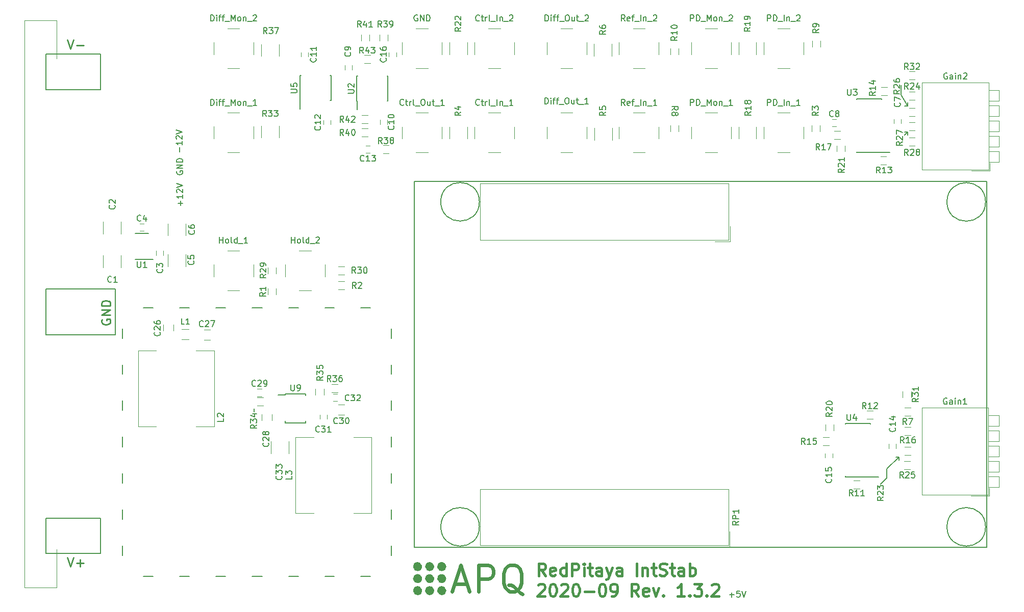
<source format=gbr>
G04 #@! TF.GenerationSoftware,KiCad,Pcbnew,(5.1.5)-3*
G04 #@! TF.CreationDate,2020-09-22T23:53:16+02:00*
G04 #@! TF.ProjectId,RedPitaya_IntStab,52656450-6974-4617-9961-5f496e745374,1.3.2*
G04 #@! TF.SameCoordinates,Original*
G04 #@! TF.FileFunction,Legend,Top*
G04 #@! TF.FilePolarity,Positive*
%FSLAX46Y46*%
G04 Gerber Fmt 4.6, Leading zero omitted, Abs format (unit mm)*
G04 Created by KiCad (PCBNEW (5.1.5)-3) date 2020-09-22 23:53:16*
%MOMM*%
%LPD*%
G04 APERTURE LIST*
%ADD10C,0.250000*%
%ADD11C,0.150000*%
%ADD12C,0.400000*%
%ADD13C,1.000000*%
%ADD14C,0.120000*%
%ADD15C,0.600000*%
G04 APERTURE END LIST*
D10*
X78571428Y-135178571D02*
X79071428Y-136678571D01*
X79571428Y-135178571D01*
X80071428Y-136107142D02*
X81214285Y-136107142D01*
X80642857Y-136678571D02*
X80642857Y-135535714D01*
D11*
X75000000Y-134500000D02*
X75000000Y-128650000D01*
X84000000Y-134500000D02*
X75000000Y-134500000D01*
X84000000Y-128650000D02*
X84000000Y-134500000D01*
X75000000Y-128650000D02*
X84000000Y-128650000D01*
D10*
X84250000Y-95642857D02*
X84178571Y-95785714D01*
X84178571Y-96000000D01*
X84250000Y-96214285D01*
X84392857Y-96357142D01*
X84535714Y-96428571D01*
X84821428Y-96500000D01*
X85035714Y-96500000D01*
X85321428Y-96428571D01*
X85464285Y-96357142D01*
X85607142Y-96214285D01*
X85678571Y-96000000D01*
X85678571Y-95857142D01*
X85607142Y-95642857D01*
X85535714Y-95571428D01*
X85035714Y-95571428D01*
X85035714Y-95857142D01*
X85678571Y-94928571D02*
X84178571Y-94928571D01*
X85678571Y-94071428D01*
X84178571Y-94071428D01*
X85678571Y-93357142D02*
X84178571Y-93357142D01*
X84178571Y-93000000D01*
X84250000Y-92785714D01*
X84392857Y-92642857D01*
X84535714Y-92571428D01*
X84821428Y-92500000D01*
X85035714Y-92500000D01*
X85321428Y-92571428D01*
X85464285Y-92642857D01*
X85607142Y-92785714D01*
X85678571Y-93000000D01*
X85678571Y-93357142D01*
D11*
X86500000Y-90550000D02*
X75000000Y-90550000D01*
X86500000Y-98200000D02*
X86500000Y-90550000D01*
X75000000Y-98200000D02*
X86500000Y-98200000D01*
X75000000Y-90550000D02*
X75000000Y-98200000D01*
D10*
X78571428Y-49178571D02*
X79071428Y-50678571D01*
X79571428Y-49178571D01*
X80071428Y-50107142D02*
X81214285Y-50107142D01*
D11*
X84000000Y-57500000D02*
X75000000Y-57500000D01*
X84000000Y-51500000D02*
X84000000Y-57500000D01*
X75000000Y-51500000D02*
X84000000Y-51500000D01*
X75000000Y-57500000D02*
X75000000Y-51500000D01*
X218000000Y-60200000D02*
X217500000Y-60200000D01*
X218000000Y-59600000D02*
X218000000Y-60200000D01*
X218000000Y-60200000D02*
X218000000Y-59600000D01*
X216900000Y-58300000D02*
X218000000Y-60200000D01*
X216900000Y-56700000D02*
X216900000Y-58300000D01*
X109500000Y-111000000D02*
X109500000Y-110500000D01*
X218000000Y-65000000D02*
X218000000Y-64500000D01*
X217500000Y-64500000D02*
X218000000Y-64500000D01*
X218000000Y-64500000D02*
X217500000Y-64500000D01*
X217500000Y-65000000D02*
X218000000Y-64500000D01*
X216500000Y-118500000D02*
X216000000Y-118500000D01*
X216500000Y-118500000D02*
X216500000Y-119000000D01*
X214500000Y-120500000D02*
X216500000Y-118500000D01*
X214500000Y-122000000D02*
X214500000Y-120500000D01*
X213500000Y-123000000D02*
X214500000Y-122000000D01*
D12*
X157879047Y-138204761D02*
X157212380Y-137252380D01*
X156736190Y-138204761D02*
X156736190Y-136204761D01*
X157498095Y-136204761D01*
X157688571Y-136300000D01*
X157783809Y-136395238D01*
X157879047Y-136585714D01*
X157879047Y-136871428D01*
X157783809Y-137061904D01*
X157688571Y-137157142D01*
X157498095Y-137252380D01*
X156736190Y-137252380D01*
X159498095Y-138109523D02*
X159307619Y-138204761D01*
X158926666Y-138204761D01*
X158736190Y-138109523D01*
X158640952Y-137919047D01*
X158640952Y-137157142D01*
X158736190Y-136966666D01*
X158926666Y-136871428D01*
X159307619Y-136871428D01*
X159498095Y-136966666D01*
X159593333Y-137157142D01*
X159593333Y-137347619D01*
X158640952Y-137538095D01*
X161307619Y-138204761D02*
X161307619Y-136204761D01*
X161307619Y-138109523D02*
X161117142Y-138204761D01*
X160736190Y-138204761D01*
X160545714Y-138109523D01*
X160450476Y-138014285D01*
X160355238Y-137823809D01*
X160355238Y-137252380D01*
X160450476Y-137061904D01*
X160545714Y-136966666D01*
X160736190Y-136871428D01*
X161117142Y-136871428D01*
X161307619Y-136966666D01*
X162260000Y-138204761D02*
X162260000Y-136204761D01*
X163021904Y-136204761D01*
X163212380Y-136300000D01*
X163307619Y-136395238D01*
X163402857Y-136585714D01*
X163402857Y-136871428D01*
X163307619Y-137061904D01*
X163212380Y-137157142D01*
X163021904Y-137252380D01*
X162260000Y-137252380D01*
X164260000Y-138204761D02*
X164260000Y-136871428D01*
X164260000Y-136204761D02*
X164164761Y-136300000D01*
X164260000Y-136395238D01*
X164355238Y-136300000D01*
X164260000Y-136204761D01*
X164260000Y-136395238D01*
X164926666Y-136871428D02*
X165688571Y-136871428D01*
X165212380Y-136204761D02*
X165212380Y-137919047D01*
X165307619Y-138109523D01*
X165498095Y-138204761D01*
X165688571Y-138204761D01*
X167212380Y-138204761D02*
X167212380Y-137157142D01*
X167117142Y-136966666D01*
X166926666Y-136871428D01*
X166545714Y-136871428D01*
X166355238Y-136966666D01*
X167212380Y-138109523D02*
X167021904Y-138204761D01*
X166545714Y-138204761D01*
X166355238Y-138109523D01*
X166260000Y-137919047D01*
X166260000Y-137728571D01*
X166355238Y-137538095D01*
X166545714Y-137442857D01*
X167021904Y-137442857D01*
X167212380Y-137347619D01*
X167974285Y-136871428D02*
X168450476Y-138204761D01*
X168926666Y-136871428D02*
X168450476Y-138204761D01*
X168260000Y-138680952D01*
X168164761Y-138776190D01*
X167974285Y-138871428D01*
X170545714Y-138204761D02*
X170545714Y-137157142D01*
X170450476Y-136966666D01*
X170260000Y-136871428D01*
X169879047Y-136871428D01*
X169688571Y-136966666D01*
X170545714Y-138109523D02*
X170355238Y-138204761D01*
X169879047Y-138204761D01*
X169688571Y-138109523D01*
X169593333Y-137919047D01*
X169593333Y-137728571D01*
X169688571Y-137538095D01*
X169879047Y-137442857D01*
X170355238Y-137442857D01*
X170545714Y-137347619D01*
X173021904Y-138204761D02*
X173021904Y-136204761D01*
X173974285Y-136871428D02*
X173974285Y-138204761D01*
X173974285Y-137061904D02*
X174069523Y-136966666D01*
X174260000Y-136871428D01*
X174545714Y-136871428D01*
X174736190Y-136966666D01*
X174831428Y-137157142D01*
X174831428Y-138204761D01*
X175498095Y-136871428D02*
X176260000Y-136871428D01*
X175783809Y-136204761D02*
X175783809Y-137919047D01*
X175879047Y-138109523D01*
X176069523Y-138204761D01*
X176260000Y-138204761D01*
X176831428Y-138109523D02*
X177117142Y-138204761D01*
X177593333Y-138204761D01*
X177783809Y-138109523D01*
X177879047Y-138014285D01*
X177974285Y-137823809D01*
X177974285Y-137633333D01*
X177879047Y-137442857D01*
X177783809Y-137347619D01*
X177593333Y-137252380D01*
X177212380Y-137157142D01*
X177021904Y-137061904D01*
X176926666Y-136966666D01*
X176831428Y-136776190D01*
X176831428Y-136585714D01*
X176926666Y-136395238D01*
X177021904Y-136300000D01*
X177212380Y-136204761D01*
X177688571Y-136204761D01*
X177974285Y-136300000D01*
X178545714Y-136871428D02*
X179307619Y-136871428D01*
X178831428Y-136204761D02*
X178831428Y-137919047D01*
X178926666Y-138109523D01*
X179117142Y-138204761D01*
X179307619Y-138204761D01*
X180831428Y-138204761D02*
X180831428Y-137157142D01*
X180736190Y-136966666D01*
X180545714Y-136871428D01*
X180164761Y-136871428D01*
X179974285Y-136966666D01*
X180831428Y-138109523D02*
X180640952Y-138204761D01*
X180164761Y-138204761D01*
X179974285Y-138109523D01*
X179879047Y-137919047D01*
X179879047Y-137728571D01*
X179974285Y-137538095D01*
X180164761Y-137442857D01*
X180640952Y-137442857D01*
X180831428Y-137347619D01*
X181783809Y-138204761D02*
X181783809Y-136204761D01*
X181783809Y-136966666D02*
X181974285Y-136871428D01*
X182355238Y-136871428D01*
X182545714Y-136966666D01*
X182640952Y-137061904D01*
X182736190Y-137252380D01*
X182736190Y-137823809D01*
X182640952Y-138014285D01*
X182545714Y-138109523D01*
X182355238Y-138204761D01*
X181974285Y-138204761D01*
X181783809Y-138109523D01*
X156640952Y-139795238D02*
X156736190Y-139700000D01*
X156926666Y-139604761D01*
X157402857Y-139604761D01*
X157593333Y-139700000D01*
X157688571Y-139795238D01*
X157783809Y-139985714D01*
X157783809Y-140176190D01*
X157688571Y-140461904D01*
X156545714Y-141604761D01*
X157783809Y-141604761D01*
X159021904Y-139604761D02*
X159212380Y-139604761D01*
X159402857Y-139700000D01*
X159498095Y-139795238D01*
X159593333Y-139985714D01*
X159688571Y-140366666D01*
X159688571Y-140842857D01*
X159593333Y-141223809D01*
X159498095Y-141414285D01*
X159402857Y-141509523D01*
X159212380Y-141604761D01*
X159021904Y-141604761D01*
X158831428Y-141509523D01*
X158736190Y-141414285D01*
X158640952Y-141223809D01*
X158545714Y-140842857D01*
X158545714Y-140366666D01*
X158640952Y-139985714D01*
X158736190Y-139795238D01*
X158831428Y-139700000D01*
X159021904Y-139604761D01*
X160450476Y-139795238D02*
X160545714Y-139700000D01*
X160736190Y-139604761D01*
X161212380Y-139604761D01*
X161402857Y-139700000D01*
X161498095Y-139795238D01*
X161593333Y-139985714D01*
X161593333Y-140176190D01*
X161498095Y-140461904D01*
X160355238Y-141604761D01*
X161593333Y-141604761D01*
X162831428Y-139604761D02*
X163021904Y-139604761D01*
X163212380Y-139700000D01*
X163307619Y-139795238D01*
X163402857Y-139985714D01*
X163498095Y-140366666D01*
X163498095Y-140842857D01*
X163402857Y-141223809D01*
X163307619Y-141414285D01*
X163212380Y-141509523D01*
X163021904Y-141604761D01*
X162831428Y-141604761D01*
X162640952Y-141509523D01*
X162545714Y-141414285D01*
X162450476Y-141223809D01*
X162355238Y-140842857D01*
X162355238Y-140366666D01*
X162450476Y-139985714D01*
X162545714Y-139795238D01*
X162640952Y-139700000D01*
X162831428Y-139604761D01*
X164355238Y-140842857D02*
X165879047Y-140842857D01*
X167212380Y-139604761D02*
X167402857Y-139604761D01*
X167593333Y-139700000D01*
X167688571Y-139795238D01*
X167783809Y-139985714D01*
X167879047Y-140366666D01*
X167879047Y-140842857D01*
X167783809Y-141223809D01*
X167688571Y-141414285D01*
X167593333Y-141509523D01*
X167402857Y-141604761D01*
X167212380Y-141604761D01*
X167021904Y-141509523D01*
X166926666Y-141414285D01*
X166831428Y-141223809D01*
X166736190Y-140842857D01*
X166736190Y-140366666D01*
X166831428Y-139985714D01*
X166926666Y-139795238D01*
X167021904Y-139700000D01*
X167212380Y-139604761D01*
X168831428Y-141604761D02*
X169212380Y-141604761D01*
X169402857Y-141509523D01*
X169498095Y-141414285D01*
X169688571Y-141128571D01*
X169783809Y-140747619D01*
X169783809Y-139985714D01*
X169688571Y-139795238D01*
X169593333Y-139700000D01*
X169402857Y-139604761D01*
X169021904Y-139604761D01*
X168831428Y-139700000D01*
X168736190Y-139795238D01*
X168640952Y-139985714D01*
X168640952Y-140461904D01*
X168736190Y-140652380D01*
X168831428Y-140747619D01*
X169021904Y-140842857D01*
X169402857Y-140842857D01*
X169593333Y-140747619D01*
X169688571Y-140652380D01*
X169783809Y-140461904D01*
X173307619Y-141604761D02*
X172640952Y-140652380D01*
X172164761Y-141604761D02*
X172164761Y-139604761D01*
X172926666Y-139604761D01*
X173117142Y-139700000D01*
X173212380Y-139795238D01*
X173307619Y-139985714D01*
X173307619Y-140271428D01*
X173212380Y-140461904D01*
X173117142Y-140557142D01*
X172926666Y-140652380D01*
X172164761Y-140652380D01*
X174926666Y-141509523D02*
X174736190Y-141604761D01*
X174355238Y-141604761D01*
X174164761Y-141509523D01*
X174069523Y-141319047D01*
X174069523Y-140557142D01*
X174164761Y-140366666D01*
X174355238Y-140271428D01*
X174736190Y-140271428D01*
X174926666Y-140366666D01*
X175021904Y-140557142D01*
X175021904Y-140747619D01*
X174069523Y-140938095D01*
X175688571Y-140271428D02*
X176164761Y-141604761D01*
X176640952Y-140271428D01*
X177402857Y-141414285D02*
X177498095Y-141509523D01*
X177402857Y-141604761D01*
X177307619Y-141509523D01*
X177402857Y-141414285D01*
X177402857Y-141604761D01*
X180926666Y-141604761D02*
X179783809Y-141604761D01*
X180355238Y-141604761D02*
X180355238Y-139604761D01*
X180164761Y-139890476D01*
X179974285Y-140080952D01*
X179783809Y-140176190D01*
X181783809Y-141414285D02*
X181879047Y-141509523D01*
X181783809Y-141604761D01*
X181688571Y-141509523D01*
X181783809Y-141414285D01*
X181783809Y-141604761D01*
X182545714Y-139604761D02*
X183783809Y-139604761D01*
X183117142Y-140366666D01*
X183402857Y-140366666D01*
X183593333Y-140461904D01*
X183688571Y-140557142D01*
X183783809Y-140747619D01*
X183783809Y-141223809D01*
X183688571Y-141414285D01*
X183593333Y-141509523D01*
X183402857Y-141604761D01*
X182831428Y-141604761D01*
X182640952Y-141509523D01*
X182545714Y-141414285D01*
X184640952Y-141414285D02*
X184736190Y-141509523D01*
X184640952Y-141604761D01*
X184545714Y-141509523D01*
X184640952Y-141414285D01*
X184640952Y-141604761D01*
X185498095Y-139795238D02*
X185593333Y-139700000D01*
X185783809Y-139604761D01*
X186260000Y-139604761D01*
X186450476Y-139700000D01*
X186545714Y-139795238D01*
X186640952Y-139985714D01*
X186640952Y-140176190D01*
X186545714Y-140461904D01*
X185402857Y-141604761D01*
X186640952Y-141604761D01*
D13*
X136904000Y-140700000D02*
G75*
G03X136904000Y-140700000I-254000J0D01*
G01*
X138904000Y-140700000D02*
G75*
G03X138904000Y-140700000I-254000J0D01*
G01*
X140904000Y-140700000D02*
G75*
G03X140904000Y-140700000I-254000J0D01*
G01*
X140904000Y-138700000D02*
G75*
G03X140904000Y-138700000I-254000J0D01*
G01*
X138904000Y-138700000D02*
G75*
G03X138904000Y-138700000I-254000J0D01*
G01*
X136904000Y-138700000D02*
G75*
G03X136904000Y-138700000I-254000J0D01*
G01*
X138904000Y-136700000D02*
G75*
G03X138904000Y-136700000I-254000J0D01*
G01*
X136904000Y-136700000D02*
G75*
G03X136904000Y-136700000I-254000J0D01*
G01*
X140904000Y-136700000D02*
G75*
G03X140904000Y-136700000I-254000J0D01*
G01*
D11*
X211775000Y-121800000D02*
X211775000Y-121775000D01*
X207625000Y-121800000D02*
X207625000Y-121685000D01*
X207625000Y-112900000D02*
X207625000Y-113015000D01*
X211775000Y-112900000D02*
X211775000Y-113015000D01*
X211775000Y-121800000D02*
X207625000Y-121800000D01*
X211775000Y-112900000D02*
X207625000Y-112900000D01*
X211775000Y-121775000D02*
X213150000Y-121775000D01*
D14*
X206150000Y-63600000D02*
X205450000Y-63600000D01*
X205450000Y-62400000D02*
X206150000Y-62400000D01*
D11*
X114725000Y-107975000D02*
X114725000Y-108200000D01*
X118075000Y-107975000D02*
X118075000Y-108275000D01*
X118075000Y-112825000D02*
X118075000Y-112525000D01*
X114725000Y-112825000D02*
X114725000Y-112525000D01*
X114725000Y-107975000D02*
X118075000Y-107975000D01*
X114725000Y-112825000D02*
X118075000Y-112825000D01*
X114725000Y-108200000D02*
X113500000Y-108200000D01*
D14*
X122400000Y-106420000D02*
X123400000Y-106420000D01*
X123400000Y-107780000D02*
X122400000Y-107780000D01*
X121080000Y-107200000D02*
X121080000Y-108200000D01*
X119720000Y-108200000D02*
X119720000Y-107200000D01*
X110000000Y-108620000D02*
X111000000Y-108620000D01*
X111000000Y-109980000D02*
X110000000Y-109980000D01*
X116400000Y-115200000D02*
X119400000Y-115200000D01*
X116400000Y-127800000D02*
X116400000Y-115200000D01*
X119400000Y-127800000D02*
X116400000Y-127800000D01*
X129000000Y-127800000D02*
X126000000Y-127800000D01*
X129000000Y-115200000D02*
X129000000Y-127800000D01*
X126000000Y-115200000D02*
X129000000Y-115200000D01*
X102900000Y-113400000D02*
X99900000Y-113400000D01*
X102900000Y-100800000D02*
X102900000Y-113400000D01*
X99900000Y-100800000D02*
X102900000Y-100800000D01*
X90300000Y-100800000D02*
X93300000Y-100800000D01*
X90300000Y-113400000D02*
X90300000Y-100800000D01*
X93300000Y-113400000D02*
X90300000Y-113400000D01*
X98700000Y-98980000D02*
X97500000Y-98980000D01*
X97500000Y-97220000D02*
X98700000Y-97220000D01*
X76760000Y-140217000D02*
X76760000Y-133867000D01*
X76760000Y-140217000D02*
X71460000Y-140217000D01*
X71460000Y-140217000D02*
X71460000Y-45983000D01*
X71460000Y-45983000D02*
X76760000Y-45983000D01*
X76760000Y-45983000D02*
X76760000Y-52333000D01*
X112320000Y-115900000D02*
X112320000Y-117900000D01*
X115280000Y-117900000D02*
X115280000Y-115900000D01*
X122650000Y-108000000D02*
X123350000Y-108000000D01*
X123350000Y-109200000D02*
X122650000Y-109200000D01*
X120400000Y-112150000D02*
X120400000Y-111450000D01*
X121600000Y-111450000D02*
X121600000Y-112150000D01*
X124500000Y-109750000D02*
X123500000Y-109750000D01*
X123500000Y-111450000D02*
X124500000Y-111450000D01*
X110750000Y-108400000D02*
X110050000Y-108400000D01*
X110050000Y-107200000D02*
X110750000Y-107200000D01*
X112450000Y-112400000D02*
X112450000Y-111400000D01*
X110750000Y-111400000D02*
X110750000Y-112400000D01*
X102200000Y-97350000D02*
X101200000Y-97350000D01*
X101200000Y-99050000D02*
X102200000Y-99050000D01*
X94450000Y-96500000D02*
X94450000Y-97500000D01*
X96150000Y-97500000D02*
X96150000Y-96500000D01*
X186390138Y-67905718D02*
X184390138Y-67905718D01*
X186390138Y-61305718D02*
X184390138Y-61305718D01*
X182090138Y-65605718D02*
X182090138Y-63605718D01*
X188690138Y-65605718D02*
X188690138Y-63605718D01*
X189910138Y-65605718D02*
X189910138Y-63605718D01*
X192870138Y-63605718D02*
X192870138Y-65605718D01*
X138390138Y-53905718D02*
X136390138Y-53905718D01*
X138390138Y-47305718D02*
X136390138Y-47305718D01*
X134090138Y-51605718D02*
X134090138Y-49605718D01*
X140690138Y-51605718D02*
X140690138Y-49605718D01*
X150390138Y-53905718D02*
X148390138Y-53905718D01*
X150390138Y-47305718D02*
X148390138Y-47305718D01*
X146090138Y-51605718D02*
X146090138Y-49605718D01*
X152690138Y-51605718D02*
X152690138Y-49605718D01*
X162390138Y-67905718D02*
X160390138Y-67905718D01*
X162390138Y-61305718D02*
X160390138Y-61305718D01*
X158090138Y-65605718D02*
X158090138Y-63605718D01*
X164690138Y-65605718D02*
X164690138Y-63605718D01*
X198390138Y-67905718D02*
X196390138Y-67905718D01*
X198390138Y-61305718D02*
X196390138Y-61305718D01*
X194090138Y-65605718D02*
X194090138Y-63605718D01*
X200690138Y-65605718D02*
X200690138Y-63605718D01*
X205500000Y-117900000D02*
X205500000Y-118600000D01*
X204300000Y-118600000D02*
X204300000Y-117900000D01*
X214825000Y-117050000D02*
X214825000Y-116350000D01*
X216025000Y-116350000D02*
X216025000Y-117050000D01*
X84470000Y-85000000D02*
X84470000Y-87000000D01*
X87430000Y-87000000D02*
X87430000Y-85000000D01*
X84470000Y-79400000D02*
X84470000Y-81400000D01*
X87430000Y-81400000D02*
X87430000Y-79400000D01*
X94450000Y-84250000D02*
X94450000Y-84950000D01*
X93250000Y-84950000D02*
X93250000Y-84250000D01*
X91250000Y-80950000D02*
X90550000Y-80950000D01*
X90550000Y-79750000D02*
X91250000Y-79750000D01*
X95220000Y-84850000D02*
X95220000Y-86850000D01*
X98180000Y-86850000D02*
X98180000Y-84850000D01*
X95220000Y-79700000D02*
X95220000Y-81700000D01*
X98180000Y-81700000D02*
X98180000Y-79700000D01*
X215650000Y-63075000D02*
X215650000Y-62375000D01*
X216850000Y-62375000D02*
X216850000Y-63075000D01*
X107100000Y-90800000D02*
X105100000Y-90800000D01*
X107100000Y-84200000D02*
X105100000Y-84200000D01*
X102800000Y-88500000D02*
X102800000Y-86500000D01*
X109400000Y-88500000D02*
X109400000Y-86500000D01*
X150390138Y-67905718D02*
X148390138Y-67905718D01*
X150390138Y-61305718D02*
X148390138Y-61305718D01*
X146090138Y-65605718D02*
X146090138Y-63605718D01*
X152690138Y-65605718D02*
X152690138Y-63605718D01*
X138390138Y-67905718D02*
X136390138Y-67905718D01*
X138390138Y-61305718D02*
X136390138Y-61305718D01*
X134090138Y-65605718D02*
X134090138Y-63605718D01*
X140690138Y-65605718D02*
X140690138Y-63605718D01*
X186390138Y-53905718D02*
X184390138Y-53905718D01*
X186390138Y-47305718D02*
X184390138Y-47305718D01*
X182090138Y-51605718D02*
X182090138Y-49605718D01*
X188690138Y-51605718D02*
X188690138Y-49605718D01*
X174390138Y-53905718D02*
X172390138Y-53905718D01*
X174390138Y-47305718D02*
X172390138Y-47305718D01*
X170090138Y-51605718D02*
X170090138Y-49605718D01*
X176690138Y-51605718D02*
X176690138Y-49605718D01*
X124550000Y-54125000D02*
X124550000Y-53425000D01*
X125750000Y-53425000D02*
X125750000Y-54125000D01*
X131650000Y-62500000D02*
X131650000Y-63200000D01*
X130450000Y-63200000D02*
X130450000Y-62500000D01*
X144870138Y-63605718D02*
X144870138Y-65605718D01*
X141910138Y-65605718D02*
X141910138Y-63605718D01*
X198390138Y-53905718D02*
X196390138Y-53905718D01*
X198390138Y-47305718D02*
X196390138Y-47305718D01*
X194090138Y-51605718D02*
X194090138Y-49605718D01*
X200690138Y-51605718D02*
X200690138Y-49605718D01*
X162390138Y-53905718D02*
X160390138Y-53905718D01*
X162390138Y-47305718D02*
X160390138Y-47305718D01*
X158090138Y-51605718D02*
X158090138Y-49605718D01*
X164690138Y-51605718D02*
X164690138Y-49605718D01*
X119000000Y-90800000D02*
X117000000Y-90800000D01*
X119000000Y-84200000D02*
X117000000Y-84200000D01*
X114700000Y-88500000D02*
X114700000Y-86500000D01*
X121300000Y-88500000D02*
X121300000Y-86500000D01*
X210025000Y-123780000D02*
X209025000Y-123780000D01*
X209025000Y-122420000D02*
X210025000Y-122420000D01*
X212200000Y-112130000D02*
X211200000Y-112130000D01*
X211200000Y-110770000D02*
X212200000Y-110770000D01*
X214450000Y-69930000D02*
X213450000Y-69930000D01*
X213450000Y-68570000D02*
X214450000Y-68570000D01*
X213600000Y-57070000D02*
X214600000Y-57070000D01*
X214600000Y-58430000D02*
X213600000Y-58430000D01*
X204950000Y-116555000D02*
X203950000Y-116555000D01*
X203950000Y-115195000D02*
X204950000Y-115195000D01*
X206800000Y-65680000D02*
X205800000Y-65680000D01*
X205800000Y-64320000D02*
X206800000Y-64320000D01*
X189910138Y-51605718D02*
X189910138Y-49605718D01*
X192870138Y-49605718D02*
X192870138Y-51605718D01*
X204320000Y-114075000D02*
X204320000Y-113075000D01*
X205680000Y-113075000D02*
X205680000Y-114075000D01*
X206220000Y-67750000D02*
X206220000Y-66750000D01*
X207580000Y-66750000D02*
X207580000Y-67750000D01*
X141910138Y-51605718D02*
X141910138Y-49605718D01*
X144870138Y-49605718D02*
X144870138Y-51605718D01*
D11*
X213675000Y-67890000D02*
X213675000Y-67865000D01*
X209525000Y-67890000D02*
X209525000Y-67775000D01*
X209525000Y-58990000D02*
X209525000Y-59105000D01*
X213675000Y-58990000D02*
X213675000Y-59105000D01*
X213675000Y-67890000D02*
X209525000Y-67890000D01*
X213675000Y-58990000D02*
X209525000Y-58990000D01*
X213675000Y-67865000D02*
X215050000Y-67865000D01*
D14*
X174390138Y-67905718D02*
X172390138Y-67905718D01*
X174390138Y-61305718D02*
X172390138Y-61305718D01*
X170090138Y-65605718D02*
X170090138Y-63605718D01*
X176690138Y-65605718D02*
X176690138Y-63605718D01*
X203380000Y-63400000D02*
X203380000Y-64400000D01*
X202020000Y-64400000D02*
X202020000Y-63400000D01*
X179980000Y-63400000D02*
X179980000Y-64400000D01*
X178620000Y-64400000D02*
X178620000Y-63400000D01*
X203480000Y-49375000D02*
X203480000Y-50375000D01*
X202120000Y-50375000D02*
X202120000Y-49375000D01*
X178595000Y-51600000D02*
X178595000Y-50600000D01*
X179955000Y-50600000D02*
X179955000Y-51600000D01*
X218500000Y-114880000D02*
X217500000Y-114880000D01*
X217500000Y-113520000D02*
X218500000Y-113520000D01*
X218450000Y-118155000D02*
X217450000Y-118155000D01*
X217450000Y-116795000D02*
X218450000Y-116795000D01*
X218400000Y-120580000D02*
X217400000Y-120580000D01*
X217400000Y-119220000D02*
X218400000Y-119220000D01*
X219200000Y-61880000D02*
X218200000Y-61880000D01*
X218200000Y-60520000D02*
X219200000Y-60520000D01*
X111820000Y-91500000D02*
X111820000Y-90500000D01*
X113180000Y-90500000D02*
X113180000Y-91500000D01*
X123500000Y-89320000D02*
X124500000Y-89320000D01*
X124500000Y-90680000D02*
X123500000Y-90680000D01*
X165970000Y-65825000D02*
X165970000Y-63825000D01*
X168930000Y-63825000D02*
X168930000Y-65825000D01*
X165895000Y-51850000D02*
X165895000Y-49850000D01*
X168855000Y-49850000D02*
X168855000Y-51850000D01*
X218500000Y-111680000D02*
X217500000Y-111680000D01*
X217500000Y-110320000D02*
X218500000Y-110320000D01*
X219200000Y-59180000D02*
X218200000Y-59180000D01*
X218200000Y-57820000D02*
X219200000Y-57820000D01*
X219200000Y-64255000D02*
X218200000Y-64255000D01*
X218200000Y-62895000D02*
X219200000Y-62895000D01*
X219200000Y-66780000D02*
X218200000Y-66780000D01*
X218200000Y-65420000D02*
X219200000Y-65420000D01*
D11*
X126575000Y-59350000D02*
X126625000Y-59350000D01*
X126575000Y-55200000D02*
X126720000Y-55200000D01*
X131725000Y-55200000D02*
X131580000Y-55200000D01*
X131725000Y-59350000D02*
X131580000Y-59350000D01*
X126575000Y-59350000D02*
X126575000Y-55200000D01*
X131725000Y-59350000D02*
X131725000Y-55200000D01*
X126625000Y-59350000D02*
X126625000Y-60750000D01*
D14*
X188477000Y-82662000D02*
X188477000Y-80122000D01*
X188477000Y-82662000D02*
X185937000Y-82662000D01*
X188227000Y-82412000D02*
X188227000Y-73062000D01*
X147047000Y-82412000D02*
X188227000Y-82412000D01*
X147047000Y-73062000D02*
X147047000Y-82412000D01*
X188227000Y-73062000D02*
X147047000Y-73062000D01*
X188467000Y-133422000D02*
X188467000Y-130882000D01*
X188467000Y-133422000D02*
X185927000Y-133422000D01*
X188217000Y-133172000D02*
X188217000Y-123822000D01*
X147037000Y-133172000D02*
X188217000Y-133172000D01*
X147037000Y-123822000D02*
X147037000Y-133172000D01*
X188217000Y-123822000D02*
X147037000Y-123822000D01*
D11*
X146904122Y-76090000D02*
G75*
G03X146904122Y-76090000I-3204122J0D01*
G01*
X146902202Y-130100000D02*
G75*
G03X146902202Y-130100000I-3202202J0D01*
G01*
X230904949Y-76110000D02*
G75*
G03X230904949Y-76110000I-3204949J0D01*
G01*
X230903701Y-130100000D02*
G75*
G03X230903701Y-130100000I-3203701J0D01*
G01*
X231100000Y-72700000D02*
X231100000Y-133500000D01*
X136100000Y-72700000D02*
X231100000Y-72700000D01*
X136100000Y-133500000D02*
X136100000Y-72700000D01*
X231100000Y-133500000D02*
X136100000Y-133500000D01*
D14*
X113180000Y-87000000D02*
X113180000Y-88000000D01*
X111820000Y-88000000D02*
X111820000Y-87000000D01*
X123500000Y-86820000D02*
X124500000Y-86820000D01*
X124500000Y-88180000D02*
X123500000Y-88180000D01*
X231560000Y-124970000D02*
X231560000Y-123700000D01*
X231560000Y-124970000D02*
X228510000Y-124970000D01*
X231360000Y-124770000D02*
X220320000Y-124770000D01*
X220320000Y-124770000D02*
X220320000Y-110270000D01*
X220320000Y-110270000D02*
X231360000Y-110270000D01*
X231360000Y-110270000D02*
X231360000Y-124770000D01*
X233100000Y-123470000D02*
X233100000Y-121730000D01*
X233100000Y-121730000D02*
X231360000Y-121730000D01*
X231360000Y-121730000D02*
X231360000Y-123470000D01*
X231360000Y-123470000D02*
X233100000Y-123470000D01*
X233100000Y-120930000D02*
X233100000Y-119190000D01*
X233100000Y-119190000D02*
X231360000Y-119190000D01*
X231360000Y-119190000D02*
X231360000Y-120930000D01*
X231360000Y-120930000D02*
X233100000Y-120930000D01*
X233100000Y-118390000D02*
X233100000Y-116650000D01*
X233100000Y-116650000D02*
X231360000Y-116650000D01*
X231360000Y-116650000D02*
X231360000Y-118390000D01*
X231360000Y-118390000D02*
X233100000Y-118390000D01*
X233100000Y-115850000D02*
X233100000Y-114110000D01*
X233100000Y-114110000D02*
X231360000Y-114110000D01*
X231360000Y-114110000D02*
X231360000Y-115850000D01*
X231360000Y-115850000D02*
X233100000Y-115850000D01*
X233100000Y-113310000D02*
X233100000Y-111570000D01*
X233100000Y-111570000D02*
X231360000Y-111570000D01*
X231360000Y-111570000D02*
X231360000Y-113310000D01*
X231360000Y-113310000D02*
X233100000Y-113310000D01*
X231610000Y-70950000D02*
X231610000Y-69680000D01*
X231610000Y-70950000D02*
X228560000Y-70950000D01*
X231410000Y-70750000D02*
X220370000Y-70750000D01*
X220370000Y-70750000D02*
X220370000Y-56250000D01*
X220370000Y-56250000D02*
X231410000Y-56250000D01*
X231410000Y-56250000D02*
X231410000Y-70750000D01*
X233150000Y-69450000D02*
X233150000Y-67710000D01*
X233150000Y-67710000D02*
X231410000Y-67710000D01*
X231410000Y-67710000D02*
X231410000Y-69450000D01*
X231410000Y-69450000D02*
X233150000Y-69450000D01*
X233150000Y-66910000D02*
X233150000Y-65170000D01*
X233150000Y-65170000D02*
X231410000Y-65170000D01*
X231410000Y-65170000D02*
X231410000Y-66910000D01*
X231410000Y-66910000D02*
X233150000Y-66910000D01*
X233150000Y-64370000D02*
X233150000Y-62630000D01*
X233150000Y-62630000D02*
X231410000Y-62630000D01*
X231410000Y-62630000D02*
X231410000Y-64370000D01*
X231410000Y-64370000D02*
X233150000Y-64370000D01*
X233150000Y-61830000D02*
X233150000Y-60090000D01*
X233150000Y-60090000D02*
X231410000Y-60090000D01*
X231410000Y-60090000D02*
X231410000Y-61830000D01*
X231410000Y-61830000D02*
X233150000Y-61830000D01*
X233150000Y-59290000D02*
X233150000Y-57550000D01*
X233150000Y-57550000D02*
X231410000Y-57550000D01*
X231410000Y-57550000D02*
X231410000Y-59290000D01*
X231410000Y-59290000D02*
X233150000Y-59290000D01*
X217170000Y-108600000D02*
X217170000Y-107600000D01*
X218530000Y-107600000D02*
X218530000Y-108600000D01*
X219200000Y-55780000D02*
X218200000Y-55780000D01*
X218200000Y-54420000D02*
X219200000Y-54420000D01*
D11*
X92775000Y-85625000D02*
X89800000Y-85625000D01*
X92000000Y-81375000D02*
X89800000Y-81375000D01*
D14*
X118500000Y-51250000D02*
X118500000Y-51950000D01*
X117300000Y-51950000D02*
X117300000Y-51250000D01*
X122200000Y-62550000D02*
X122200000Y-63250000D01*
X121000000Y-63250000D02*
X121000000Y-62550000D01*
X107100000Y-67900000D02*
X105100000Y-67900000D01*
X107100000Y-61300000D02*
X105100000Y-61300000D01*
X102800000Y-65600000D02*
X102800000Y-63600000D01*
X109400000Y-65600000D02*
X109400000Y-63600000D01*
X109400000Y-51600000D02*
X109400000Y-49600000D01*
X102800000Y-51600000D02*
X102800000Y-49600000D01*
X107100000Y-47300000D02*
X105100000Y-47300000D01*
X107100000Y-53900000D02*
X105100000Y-53900000D01*
X110720000Y-65450000D02*
X110720000Y-63450000D01*
X113680000Y-63450000D02*
X113680000Y-65450000D01*
X110720000Y-51900000D02*
X110720000Y-49900000D01*
X113680000Y-49900000D02*
X113680000Y-51900000D01*
D11*
X117175000Y-59275000D02*
X117175000Y-60675000D01*
X122275000Y-59275000D02*
X122275000Y-55125000D01*
X117125000Y-59275000D02*
X117125000Y-55125000D01*
X122275000Y-59275000D02*
X122130000Y-59275000D01*
X122275000Y-55125000D02*
X122130000Y-55125000D01*
X117125000Y-55125000D02*
X117270000Y-55125000D01*
X117125000Y-59275000D02*
X117175000Y-59275000D01*
X132335000Y-133250000D02*
X132335000Y-134850000D01*
X87665000Y-133250000D02*
X87665000Y-134850000D01*
X132335000Y-127250000D02*
X132335000Y-128850000D01*
X87665000Y-127250000D02*
X87665000Y-128850000D01*
X132335000Y-121250000D02*
X132335000Y-122850000D01*
X87665000Y-121250000D02*
X87665000Y-122850000D01*
X132335000Y-115150000D02*
X132335000Y-116850000D01*
X87665000Y-115150000D02*
X87665000Y-116850000D01*
X132335000Y-109150000D02*
X132335000Y-110750000D01*
X87665000Y-109150000D02*
X87665000Y-110750000D01*
X132335000Y-103150000D02*
X132335000Y-104750000D01*
X87665000Y-103150000D02*
X87665000Y-104750000D01*
X132335000Y-97150000D02*
X132335000Y-98750000D01*
X87665000Y-97150000D02*
X87665000Y-98750000D01*
X127250000Y-138335000D02*
X128850000Y-138335000D01*
X127250000Y-93665000D02*
X128850000Y-93665000D01*
X121250000Y-138335000D02*
X122850000Y-138335000D01*
X121250000Y-93665000D02*
X122850000Y-93665000D01*
X115250000Y-138335000D02*
X116850000Y-138335000D01*
X115250000Y-93665000D02*
X116850000Y-93665000D01*
X109150000Y-138335000D02*
X110850000Y-138335000D01*
X109150000Y-93665000D02*
X110850000Y-93665000D01*
X103150000Y-138335000D02*
X104750000Y-138335000D01*
X103150000Y-93665000D02*
X104750000Y-93665000D01*
X97150000Y-138335000D02*
X98750000Y-138335000D01*
X97150000Y-93665000D02*
X98750000Y-93665000D01*
X91150000Y-138335000D02*
X92750000Y-138335000D01*
X91150000Y-93665000D02*
X92750000Y-93665000D01*
D14*
X128050000Y-66800000D02*
X128750000Y-66800000D01*
X128750000Y-68000000D02*
X128050000Y-68000000D01*
X131900000Y-51950000D02*
X131900000Y-51250000D01*
X133100000Y-51250000D02*
X133100000Y-51950000D01*
X130900000Y-66720000D02*
X131900000Y-66720000D01*
X131900000Y-68080000D02*
X130900000Y-68080000D01*
X131680000Y-48300000D02*
X131680000Y-49300000D01*
X130320000Y-49300000D02*
X130320000Y-48300000D01*
X127400000Y-63920000D02*
X128400000Y-63920000D01*
X128400000Y-65280000D02*
X127400000Y-65280000D01*
X127320000Y-49300000D02*
X127320000Y-48300000D01*
X128680000Y-48300000D02*
X128680000Y-49300000D01*
X128400000Y-63080000D02*
X127400000Y-63080000D01*
X127400000Y-61720000D02*
X128400000Y-61720000D01*
X127800000Y-51720000D02*
X128800000Y-51720000D01*
X128800000Y-53080000D02*
X127800000Y-53080000D01*
D15*
X142757619Y-139593333D02*
X144852857Y-139593333D01*
X142338571Y-140850476D02*
X143805238Y-136450476D01*
X145271904Y-140850476D01*
X146738571Y-140850476D02*
X146738571Y-136450476D01*
X148414761Y-136450476D01*
X148833809Y-136660000D01*
X149043333Y-136869523D01*
X149252857Y-137288571D01*
X149252857Y-137917142D01*
X149043333Y-138336190D01*
X148833809Y-138545714D01*
X148414761Y-138755238D01*
X146738571Y-138755238D01*
X154071904Y-141269523D02*
X153652857Y-141060000D01*
X153233809Y-140640952D01*
X152605238Y-140012380D01*
X152186190Y-139802857D01*
X151767142Y-139802857D01*
X151976666Y-140850476D02*
X151557619Y-140640952D01*
X151138571Y-140221904D01*
X150929047Y-139383809D01*
X150929047Y-137917142D01*
X151138571Y-137079047D01*
X151557619Y-136660000D01*
X151976666Y-136450476D01*
X152814761Y-136450476D01*
X153233809Y-136660000D01*
X153652857Y-137079047D01*
X153862380Y-137917142D01*
X153862380Y-139383809D01*
X153652857Y-140221904D01*
X153233809Y-140640952D01*
X152814761Y-140850476D01*
X151976666Y-140850476D01*
D11*
X207938095Y-111402380D02*
X207938095Y-112211904D01*
X207985714Y-112307142D01*
X208033333Y-112354761D01*
X208128571Y-112402380D01*
X208319047Y-112402380D01*
X208414285Y-112354761D01*
X208461904Y-112307142D01*
X208509523Y-112211904D01*
X208509523Y-111402380D01*
X209414285Y-111735714D02*
X209414285Y-112402380D01*
X209176190Y-111354761D02*
X208938095Y-112069047D01*
X209557142Y-112069047D01*
X205633333Y-61857142D02*
X205585714Y-61904761D01*
X205442857Y-61952380D01*
X205347619Y-61952380D01*
X205204761Y-61904761D01*
X205109523Y-61809523D01*
X205061904Y-61714285D01*
X205014285Y-61523809D01*
X205014285Y-61380952D01*
X205061904Y-61190476D01*
X205109523Y-61095238D01*
X205204761Y-61000000D01*
X205347619Y-60952380D01*
X205442857Y-60952380D01*
X205585714Y-61000000D01*
X205633333Y-61047619D01*
X206204761Y-61380952D02*
X206109523Y-61333333D01*
X206061904Y-61285714D01*
X206014285Y-61190476D01*
X206014285Y-61142857D01*
X206061904Y-61047619D01*
X206109523Y-61000000D01*
X206204761Y-60952380D01*
X206395238Y-60952380D01*
X206490476Y-61000000D01*
X206538095Y-61047619D01*
X206585714Y-61142857D01*
X206585714Y-61190476D01*
X206538095Y-61285714D01*
X206490476Y-61333333D01*
X206395238Y-61380952D01*
X206204761Y-61380952D01*
X206109523Y-61428571D01*
X206061904Y-61476190D01*
X206014285Y-61571428D01*
X206014285Y-61761904D01*
X206061904Y-61857142D01*
X206109523Y-61904761D01*
X206204761Y-61952380D01*
X206395238Y-61952380D01*
X206490476Y-61904761D01*
X206538095Y-61857142D01*
X206585714Y-61761904D01*
X206585714Y-61571428D01*
X206538095Y-61476190D01*
X206490476Y-61428571D01*
X206395238Y-61380952D01*
X115638095Y-106502380D02*
X115638095Y-107311904D01*
X115685714Y-107407142D01*
X115733333Y-107454761D01*
X115828571Y-107502380D01*
X116019047Y-107502380D01*
X116114285Y-107454761D01*
X116161904Y-107407142D01*
X116209523Y-107311904D01*
X116209523Y-106502380D01*
X116733333Y-107502380D02*
X116923809Y-107502380D01*
X117019047Y-107454761D01*
X117066666Y-107407142D01*
X117161904Y-107264285D01*
X117209523Y-107073809D01*
X117209523Y-106692857D01*
X117161904Y-106597619D01*
X117114285Y-106550000D01*
X117019047Y-106502380D01*
X116828571Y-106502380D01*
X116733333Y-106550000D01*
X116685714Y-106597619D01*
X116638095Y-106692857D01*
X116638095Y-106930952D01*
X116685714Y-107026190D01*
X116733333Y-107073809D01*
X116828571Y-107121428D01*
X117019047Y-107121428D01*
X117114285Y-107073809D01*
X117161904Y-107026190D01*
X117209523Y-106930952D01*
X122257142Y-105952380D02*
X121923809Y-105476190D01*
X121685714Y-105952380D02*
X121685714Y-104952380D01*
X122066666Y-104952380D01*
X122161904Y-105000000D01*
X122209523Y-105047619D01*
X122257142Y-105142857D01*
X122257142Y-105285714D01*
X122209523Y-105380952D01*
X122161904Y-105428571D01*
X122066666Y-105476190D01*
X121685714Y-105476190D01*
X122590476Y-104952380D02*
X123209523Y-104952380D01*
X122876190Y-105333333D01*
X123019047Y-105333333D01*
X123114285Y-105380952D01*
X123161904Y-105428571D01*
X123209523Y-105523809D01*
X123209523Y-105761904D01*
X123161904Y-105857142D01*
X123114285Y-105904761D01*
X123019047Y-105952380D01*
X122733333Y-105952380D01*
X122638095Y-105904761D01*
X122590476Y-105857142D01*
X124066666Y-104952380D02*
X123876190Y-104952380D01*
X123780952Y-105000000D01*
X123733333Y-105047619D01*
X123638095Y-105190476D01*
X123590476Y-105380952D01*
X123590476Y-105761904D01*
X123638095Y-105857142D01*
X123685714Y-105904761D01*
X123780952Y-105952380D01*
X123971428Y-105952380D01*
X124066666Y-105904761D01*
X124114285Y-105857142D01*
X124161904Y-105761904D01*
X124161904Y-105523809D01*
X124114285Y-105428571D01*
X124066666Y-105380952D01*
X123971428Y-105333333D01*
X123780952Y-105333333D01*
X123685714Y-105380952D01*
X123638095Y-105428571D01*
X123590476Y-105523809D01*
X120952380Y-105142857D02*
X120476190Y-105476190D01*
X120952380Y-105714285D02*
X119952380Y-105714285D01*
X119952380Y-105333333D01*
X120000000Y-105238095D01*
X120047619Y-105190476D01*
X120142857Y-105142857D01*
X120285714Y-105142857D01*
X120380952Y-105190476D01*
X120428571Y-105238095D01*
X120476190Y-105333333D01*
X120476190Y-105714285D01*
X119952380Y-104809523D02*
X119952380Y-104190476D01*
X120333333Y-104523809D01*
X120333333Y-104380952D01*
X120380952Y-104285714D01*
X120428571Y-104238095D01*
X120523809Y-104190476D01*
X120761904Y-104190476D01*
X120857142Y-104238095D01*
X120904761Y-104285714D01*
X120952380Y-104380952D01*
X120952380Y-104666666D01*
X120904761Y-104761904D01*
X120857142Y-104809523D01*
X119952380Y-103285714D02*
X119952380Y-103761904D01*
X120428571Y-103809523D01*
X120380952Y-103761904D01*
X120333333Y-103666666D01*
X120333333Y-103428571D01*
X120380952Y-103333333D01*
X120428571Y-103285714D01*
X120523809Y-103238095D01*
X120761904Y-103238095D01*
X120857142Y-103285714D01*
X120904761Y-103333333D01*
X120952380Y-103428571D01*
X120952380Y-103666666D01*
X120904761Y-103761904D01*
X120857142Y-103809523D01*
X109952380Y-113142857D02*
X109476190Y-113476190D01*
X109952380Y-113714285D02*
X108952380Y-113714285D01*
X108952380Y-113333333D01*
X109000000Y-113238095D01*
X109047619Y-113190476D01*
X109142857Y-113142857D01*
X109285714Y-113142857D01*
X109380952Y-113190476D01*
X109428571Y-113238095D01*
X109476190Y-113333333D01*
X109476190Y-113714285D01*
X108952380Y-112809523D02*
X108952380Y-112190476D01*
X109333333Y-112523809D01*
X109333333Y-112380952D01*
X109380952Y-112285714D01*
X109428571Y-112238095D01*
X109523809Y-112190476D01*
X109761904Y-112190476D01*
X109857142Y-112238095D01*
X109904761Y-112285714D01*
X109952380Y-112380952D01*
X109952380Y-112666666D01*
X109904761Y-112761904D01*
X109857142Y-112809523D01*
X109285714Y-111333333D02*
X109952380Y-111333333D01*
X108904761Y-111571428D02*
X109619047Y-111809523D01*
X109619047Y-111190476D01*
X115752380Y-121666666D02*
X115752380Y-122142857D01*
X114752380Y-122142857D01*
X114752380Y-121428571D02*
X114752380Y-120809523D01*
X115133333Y-121142857D01*
X115133333Y-121000000D01*
X115180952Y-120904761D01*
X115228571Y-120857142D01*
X115323809Y-120809523D01*
X115561904Y-120809523D01*
X115657142Y-120857142D01*
X115704761Y-120904761D01*
X115752380Y-121000000D01*
X115752380Y-121285714D01*
X115704761Y-121380952D01*
X115657142Y-121428571D01*
X104452380Y-112066666D02*
X104452380Y-112542857D01*
X103452380Y-112542857D01*
X103547619Y-111780952D02*
X103500000Y-111733333D01*
X103452380Y-111638095D01*
X103452380Y-111400000D01*
X103500000Y-111304761D01*
X103547619Y-111257142D01*
X103642857Y-111209523D01*
X103738095Y-111209523D01*
X103880952Y-111257142D01*
X104452380Y-111828571D01*
X104452380Y-111209523D01*
X97933333Y-96452380D02*
X97457142Y-96452380D01*
X97457142Y-95452380D01*
X98790476Y-96452380D02*
X98219047Y-96452380D01*
X98504761Y-96452380D02*
X98504761Y-95452380D01*
X98409523Y-95595238D01*
X98314285Y-95690476D01*
X98219047Y-95738095D01*
X114057142Y-121642857D02*
X114104761Y-121690476D01*
X114152380Y-121833333D01*
X114152380Y-121928571D01*
X114104761Y-122071428D01*
X114009523Y-122166666D01*
X113914285Y-122214285D01*
X113723809Y-122261904D01*
X113580952Y-122261904D01*
X113390476Y-122214285D01*
X113295238Y-122166666D01*
X113200000Y-122071428D01*
X113152380Y-121928571D01*
X113152380Y-121833333D01*
X113200000Y-121690476D01*
X113247619Y-121642857D01*
X113152380Y-121309523D02*
X113152380Y-120690476D01*
X113533333Y-121023809D01*
X113533333Y-120880952D01*
X113580952Y-120785714D01*
X113628571Y-120738095D01*
X113723809Y-120690476D01*
X113961904Y-120690476D01*
X114057142Y-120738095D01*
X114104761Y-120785714D01*
X114152380Y-120880952D01*
X114152380Y-121166666D01*
X114104761Y-121261904D01*
X114057142Y-121309523D01*
X113152380Y-120357142D02*
X113152380Y-119738095D01*
X113533333Y-120071428D01*
X113533333Y-119928571D01*
X113580952Y-119833333D01*
X113628571Y-119785714D01*
X113723809Y-119738095D01*
X113961904Y-119738095D01*
X114057142Y-119785714D01*
X114104761Y-119833333D01*
X114152380Y-119928571D01*
X114152380Y-120214285D01*
X114104761Y-120309523D01*
X114057142Y-120357142D01*
X125257142Y-109057142D02*
X125209523Y-109104761D01*
X125066666Y-109152380D01*
X124971428Y-109152380D01*
X124828571Y-109104761D01*
X124733333Y-109009523D01*
X124685714Y-108914285D01*
X124638095Y-108723809D01*
X124638095Y-108580952D01*
X124685714Y-108390476D01*
X124733333Y-108295238D01*
X124828571Y-108200000D01*
X124971428Y-108152380D01*
X125066666Y-108152380D01*
X125209523Y-108200000D01*
X125257142Y-108247619D01*
X125590476Y-108152380D02*
X126209523Y-108152380D01*
X125876190Y-108533333D01*
X126019047Y-108533333D01*
X126114285Y-108580952D01*
X126161904Y-108628571D01*
X126209523Y-108723809D01*
X126209523Y-108961904D01*
X126161904Y-109057142D01*
X126114285Y-109104761D01*
X126019047Y-109152380D01*
X125733333Y-109152380D01*
X125638095Y-109104761D01*
X125590476Y-109057142D01*
X126590476Y-108247619D02*
X126638095Y-108200000D01*
X126733333Y-108152380D01*
X126971428Y-108152380D01*
X127066666Y-108200000D01*
X127114285Y-108247619D01*
X127161904Y-108342857D01*
X127161904Y-108438095D01*
X127114285Y-108580952D01*
X126542857Y-109152380D01*
X127161904Y-109152380D01*
X120357142Y-114257142D02*
X120309523Y-114304761D01*
X120166666Y-114352380D01*
X120071428Y-114352380D01*
X119928571Y-114304761D01*
X119833333Y-114209523D01*
X119785714Y-114114285D01*
X119738095Y-113923809D01*
X119738095Y-113780952D01*
X119785714Y-113590476D01*
X119833333Y-113495238D01*
X119928571Y-113400000D01*
X120071428Y-113352380D01*
X120166666Y-113352380D01*
X120309523Y-113400000D01*
X120357142Y-113447619D01*
X120690476Y-113352380D02*
X121309523Y-113352380D01*
X120976190Y-113733333D01*
X121119047Y-113733333D01*
X121214285Y-113780952D01*
X121261904Y-113828571D01*
X121309523Y-113923809D01*
X121309523Y-114161904D01*
X121261904Y-114257142D01*
X121214285Y-114304761D01*
X121119047Y-114352380D01*
X120833333Y-114352380D01*
X120738095Y-114304761D01*
X120690476Y-114257142D01*
X122261904Y-114352380D02*
X121690476Y-114352380D01*
X121976190Y-114352380D02*
X121976190Y-113352380D01*
X121880952Y-113495238D01*
X121785714Y-113590476D01*
X121690476Y-113638095D01*
X123357142Y-112857142D02*
X123309523Y-112904761D01*
X123166666Y-112952380D01*
X123071428Y-112952380D01*
X122928571Y-112904761D01*
X122833333Y-112809523D01*
X122785714Y-112714285D01*
X122738095Y-112523809D01*
X122738095Y-112380952D01*
X122785714Y-112190476D01*
X122833333Y-112095238D01*
X122928571Y-112000000D01*
X123071428Y-111952380D01*
X123166666Y-111952380D01*
X123309523Y-112000000D01*
X123357142Y-112047619D01*
X123690476Y-111952380D02*
X124309523Y-111952380D01*
X123976190Y-112333333D01*
X124119047Y-112333333D01*
X124214285Y-112380952D01*
X124261904Y-112428571D01*
X124309523Y-112523809D01*
X124309523Y-112761904D01*
X124261904Y-112857142D01*
X124214285Y-112904761D01*
X124119047Y-112952380D01*
X123833333Y-112952380D01*
X123738095Y-112904761D01*
X123690476Y-112857142D01*
X124928571Y-111952380D02*
X125023809Y-111952380D01*
X125119047Y-112000000D01*
X125166666Y-112047619D01*
X125214285Y-112142857D01*
X125261904Y-112333333D01*
X125261904Y-112571428D01*
X125214285Y-112761904D01*
X125166666Y-112857142D01*
X125119047Y-112904761D01*
X125023809Y-112952380D01*
X124928571Y-112952380D01*
X124833333Y-112904761D01*
X124785714Y-112857142D01*
X124738095Y-112761904D01*
X124690476Y-112571428D01*
X124690476Y-112333333D01*
X124738095Y-112142857D01*
X124785714Y-112047619D01*
X124833333Y-112000000D01*
X124928571Y-111952380D01*
X109757142Y-106657142D02*
X109709523Y-106704761D01*
X109566666Y-106752380D01*
X109471428Y-106752380D01*
X109328571Y-106704761D01*
X109233333Y-106609523D01*
X109185714Y-106514285D01*
X109138095Y-106323809D01*
X109138095Y-106180952D01*
X109185714Y-105990476D01*
X109233333Y-105895238D01*
X109328571Y-105800000D01*
X109471428Y-105752380D01*
X109566666Y-105752380D01*
X109709523Y-105800000D01*
X109757142Y-105847619D01*
X110138095Y-105847619D02*
X110185714Y-105800000D01*
X110280952Y-105752380D01*
X110519047Y-105752380D01*
X110614285Y-105800000D01*
X110661904Y-105847619D01*
X110709523Y-105942857D01*
X110709523Y-106038095D01*
X110661904Y-106180952D01*
X110090476Y-106752380D01*
X110709523Y-106752380D01*
X111185714Y-106752380D02*
X111376190Y-106752380D01*
X111471428Y-106704761D01*
X111519047Y-106657142D01*
X111614285Y-106514285D01*
X111661904Y-106323809D01*
X111661904Y-105942857D01*
X111614285Y-105847619D01*
X111566666Y-105800000D01*
X111471428Y-105752380D01*
X111280952Y-105752380D01*
X111185714Y-105800000D01*
X111138095Y-105847619D01*
X111090476Y-105942857D01*
X111090476Y-106180952D01*
X111138095Y-106276190D01*
X111185714Y-106323809D01*
X111280952Y-106371428D01*
X111471428Y-106371428D01*
X111566666Y-106323809D01*
X111614285Y-106276190D01*
X111661904Y-106180952D01*
X111857142Y-116142857D02*
X111904761Y-116190476D01*
X111952380Y-116333333D01*
X111952380Y-116428571D01*
X111904761Y-116571428D01*
X111809523Y-116666666D01*
X111714285Y-116714285D01*
X111523809Y-116761904D01*
X111380952Y-116761904D01*
X111190476Y-116714285D01*
X111095238Y-116666666D01*
X111000000Y-116571428D01*
X110952380Y-116428571D01*
X110952380Y-116333333D01*
X111000000Y-116190476D01*
X111047619Y-116142857D01*
X111047619Y-115761904D02*
X111000000Y-115714285D01*
X110952380Y-115619047D01*
X110952380Y-115380952D01*
X111000000Y-115285714D01*
X111047619Y-115238095D01*
X111142857Y-115190476D01*
X111238095Y-115190476D01*
X111380952Y-115238095D01*
X111952380Y-115809523D01*
X111952380Y-115190476D01*
X111380952Y-114619047D02*
X111333333Y-114714285D01*
X111285714Y-114761904D01*
X111190476Y-114809523D01*
X111142857Y-114809523D01*
X111047619Y-114761904D01*
X111000000Y-114714285D01*
X110952380Y-114619047D01*
X110952380Y-114428571D01*
X111000000Y-114333333D01*
X111047619Y-114285714D01*
X111142857Y-114238095D01*
X111190476Y-114238095D01*
X111285714Y-114285714D01*
X111333333Y-114333333D01*
X111380952Y-114428571D01*
X111380952Y-114619047D01*
X111428571Y-114714285D01*
X111476190Y-114761904D01*
X111571428Y-114809523D01*
X111761904Y-114809523D01*
X111857142Y-114761904D01*
X111904761Y-114714285D01*
X111952380Y-114619047D01*
X111952380Y-114428571D01*
X111904761Y-114333333D01*
X111857142Y-114285714D01*
X111761904Y-114238095D01*
X111571428Y-114238095D01*
X111476190Y-114285714D01*
X111428571Y-114333333D01*
X111380952Y-114428571D01*
X101057142Y-96757142D02*
X101009523Y-96804761D01*
X100866666Y-96852380D01*
X100771428Y-96852380D01*
X100628571Y-96804761D01*
X100533333Y-96709523D01*
X100485714Y-96614285D01*
X100438095Y-96423809D01*
X100438095Y-96280952D01*
X100485714Y-96090476D01*
X100533333Y-95995238D01*
X100628571Y-95900000D01*
X100771428Y-95852380D01*
X100866666Y-95852380D01*
X101009523Y-95900000D01*
X101057142Y-95947619D01*
X101438095Y-95947619D02*
X101485714Y-95900000D01*
X101580952Y-95852380D01*
X101819047Y-95852380D01*
X101914285Y-95900000D01*
X101961904Y-95947619D01*
X102009523Y-96042857D01*
X102009523Y-96138095D01*
X101961904Y-96280952D01*
X101390476Y-96852380D01*
X102009523Y-96852380D01*
X102342857Y-95852380D02*
X103009523Y-95852380D01*
X102580952Y-96852380D01*
X93857142Y-97742857D02*
X93904761Y-97790476D01*
X93952380Y-97933333D01*
X93952380Y-98028571D01*
X93904761Y-98171428D01*
X93809523Y-98266666D01*
X93714285Y-98314285D01*
X93523809Y-98361904D01*
X93380952Y-98361904D01*
X93190476Y-98314285D01*
X93095238Y-98266666D01*
X93000000Y-98171428D01*
X92952380Y-98028571D01*
X92952380Y-97933333D01*
X93000000Y-97790476D01*
X93047619Y-97742857D01*
X93047619Y-97361904D02*
X93000000Y-97314285D01*
X92952380Y-97219047D01*
X92952380Y-96980952D01*
X93000000Y-96885714D01*
X93047619Y-96838095D01*
X93142857Y-96790476D01*
X93238095Y-96790476D01*
X93380952Y-96838095D01*
X93952380Y-97409523D01*
X93952380Y-96790476D01*
X92952380Y-95933333D02*
X92952380Y-96123809D01*
X93000000Y-96219047D01*
X93047619Y-96266666D01*
X93190476Y-96361904D01*
X93380952Y-96409523D01*
X93761904Y-96409523D01*
X93857142Y-96361904D01*
X93904761Y-96314285D01*
X93952380Y-96219047D01*
X93952380Y-96028571D01*
X93904761Y-95933333D01*
X93857142Y-95885714D01*
X93761904Y-95838095D01*
X93523809Y-95838095D01*
X93428571Y-95885714D01*
X93380952Y-95933333D01*
X93333333Y-96028571D01*
X93333333Y-96219047D01*
X93380952Y-96314285D01*
X93428571Y-96361904D01*
X93523809Y-96409523D01*
X181913947Y-60058098D02*
X181913947Y-59058098D01*
X182294899Y-59058098D01*
X182390138Y-59105718D01*
X182437757Y-59153337D01*
X182485376Y-59248575D01*
X182485376Y-59391432D01*
X182437757Y-59486670D01*
X182390138Y-59534289D01*
X182294899Y-59581908D01*
X181913947Y-59581908D01*
X182913947Y-60058098D02*
X182913947Y-59058098D01*
X183152042Y-59058098D01*
X183294899Y-59105718D01*
X183390138Y-59200956D01*
X183437757Y-59296194D01*
X183485376Y-59486670D01*
X183485376Y-59629527D01*
X183437757Y-59820003D01*
X183390138Y-59915241D01*
X183294899Y-60010479D01*
X183152042Y-60058098D01*
X182913947Y-60058098D01*
X183675852Y-60153337D02*
X184437757Y-60153337D01*
X184675852Y-60058098D02*
X184675852Y-59058098D01*
X185009185Y-59772384D01*
X185342518Y-59058098D01*
X185342518Y-60058098D01*
X185961566Y-60058098D02*
X185866328Y-60010479D01*
X185818709Y-59962860D01*
X185771090Y-59867622D01*
X185771090Y-59581908D01*
X185818709Y-59486670D01*
X185866328Y-59439051D01*
X185961566Y-59391432D01*
X186104423Y-59391432D01*
X186199661Y-59439051D01*
X186247280Y-59486670D01*
X186294899Y-59581908D01*
X186294899Y-59867622D01*
X186247280Y-59962860D01*
X186199661Y-60010479D01*
X186104423Y-60058098D01*
X185961566Y-60058098D01*
X186723471Y-59391432D02*
X186723471Y-60058098D01*
X186723471Y-59486670D02*
X186771090Y-59439051D01*
X186866328Y-59391432D01*
X187009185Y-59391432D01*
X187104423Y-59439051D01*
X187152042Y-59534289D01*
X187152042Y-60058098D01*
X187390138Y-60153337D02*
X188152042Y-60153337D01*
X188913947Y-60058098D02*
X188342518Y-60058098D01*
X188628233Y-60058098D02*
X188628233Y-59058098D01*
X188532995Y-59200956D01*
X188437757Y-59296194D01*
X188342518Y-59343813D01*
X191952380Y-61142857D02*
X191476190Y-61476190D01*
X191952380Y-61714285D02*
X190952380Y-61714285D01*
X190952380Y-61333333D01*
X191000000Y-61238095D01*
X191047619Y-61190476D01*
X191142857Y-61142857D01*
X191285714Y-61142857D01*
X191380952Y-61190476D01*
X191428571Y-61238095D01*
X191476190Y-61333333D01*
X191476190Y-61714285D01*
X191952380Y-60190476D02*
X191952380Y-60761904D01*
X191952380Y-60476190D02*
X190952380Y-60476190D01*
X191095238Y-60571428D01*
X191190476Y-60666666D01*
X191238095Y-60761904D01*
X191380952Y-59619047D02*
X191333333Y-59714285D01*
X191285714Y-59761904D01*
X191190476Y-59809523D01*
X191142857Y-59809523D01*
X191047619Y-59761904D01*
X191000000Y-59714285D01*
X190952380Y-59619047D01*
X190952380Y-59428571D01*
X191000000Y-59333333D01*
X191047619Y-59285714D01*
X191142857Y-59238095D01*
X191190476Y-59238095D01*
X191285714Y-59285714D01*
X191333333Y-59333333D01*
X191380952Y-59428571D01*
X191380952Y-59619047D01*
X191428571Y-59714285D01*
X191476190Y-59761904D01*
X191571428Y-59809523D01*
X191761904Y-59809523D01*
X191857142Y-59761904D01*
X191904761Y-59714285D01*
X191952380Y-59619047D01*
X191952380Y-59428571D01*
X191904761Y-59333333D01*
X191857142Y-59285714D01*
X191761904Y-59238095D01*
X191571428Y-59238095D01*
X191476190Y-59285714D01*
X191428571Y-59333333D01*
X191380952Y-59428571D01*
X136628233Y-45105718D02*
X136532995Y-45058098D01*
X136390138Y-45058098D01*
X136247280Y-45105718D01*
X136152042Y-45200956D01*
X136104423Y-45296194D01*
X136056804Y-45486670D01*
X136056804Y-45629527D01*
X136104423Y-45820003D01*
X136152042Y-45915241D01*
X136247280Y-46010479D01*
X136390138Y-46058098D01*
X136485376Y-46058098D01*
X136628233Y-46010479D01*
X136675852Y-45962860D01*
X136675852Y-45629527D01*
X136485376Y-45629527D01*
X137104423Y-46058098D02*
X137104423Y-45058098D01*
X137675852Y-46058098D01*
X137675852Y-45058098D01*
X138152042Y-46058098D02*
X138152042Y-45058098D01*
X138390138Y-45058098D01*
X138532995Y-45105718D01*
X138628233Y-45200956D01*
X138675852Y-45296194D01*
X138723471Y-45486670D01*
X138723471Y-45629527D01*
X138675852Y-45820003D01*
X138628233Y-45915241D01*
X138532995Y-46010479D01*
X138390138Y-46058098D01*
X138152042Y-46058098D01*
X146913947Y-45962860D02*
X146866328Y-46010479D01*
X146723471Y-46058098D01*
X146628233Y-46058098D01*
X146485376Y-46010479D01*
X146390138Y-45915241D01*
X146342518Y-45820003D01*
X146294899Y-45629527D01*
X146294899Y-45486670D01*
X146342518Y-45296194D01*
X146390138Y-45200956D01*
X146485376Y-45105718D01*
X146628233Y-45058098D01*
X146723471Y-45058098D01*
X146866328Y-45105718D01*
X146913947Y-45153337D01*
X147199661Y-45391432D02*
X147580614Y-45391432D01*
X147342518Y-45058098D02*
X147342518Y-45915241D01*
X147390138Y-46010479D01*
X147485376Y-46058098D01*
X147580614Y-46058098D01*
X147913947Y-46058098D02*
X147913947Y-45391432D01*
X147913947Y-45581908D02*
X147961566Y-45486670D01*
X148009185Y-45439051D01*
X148104423Y-45391432D01*
X148199661Y-45391432D01*
X148675852Y-46058098D02*
X148580614Y-46010479D01*
X148532995Y-45915241D01*
X148532995Y-45058098D01*
X148818709Y-46153337D02*
X149580614Y-46153337D01*
X149818709Y-46058098D02*
X149818709Y-45058098D01*
X150294899Y-45391432D02*
X150294899Y-46058098D01*
X150294899Y-45486670D02*
X150342518Y-45439051D01*
X150437757Y-45391432D01*
X150580614Y-45391432D01*
X150675852Y-45439051D01*
X150723471Y-45534289D01*
X150723471Y-46058098D01*
X150961566Y-46153337D02*
X151723471Y-46153337D01*
X151913947Y-45153337D02*
X151961566Y-45105718D01*
X152056804Y-45058098D01*
X152294899Y-45058098D01*
X152390138Y-45105718D01*
X152437757Y-45153337D01*
X152485376Y-45248575D01*
X152485376Y-45343813D01*
X152437757Y-45486670D01*
X151866328Y-46058098D01*
X152485376Y-46058098D01*
X157778709Y-59818098D02*
X157778709Y-58818098D01*
X158016804Y-58818098D01*
X158159661Y-58865718D01*
X158254899Y-58960956D01*
X158302518Y-59056194D01*
X158350138Y-59246670D01*
X158350138Y-59389527D01*
X158302518Y-59580003D01*
X158254899Y-59675241D01*
X158159661Y-59770479D01*
X158016804Y-59818098D01*
X157778709Y-59818098D01*
X158778709Y-59818098D02*
X158778709Y-59151432D01*
X158778709Y-58818098D02*
X158731090Y-58865718D01*
X158778709Y-58913337D01*
X158826328Y-58865718D01*
X158778709Y-58818098D01*
X158778709Y-58913337D01*
X159112042Y-59151432D02*
X159492995Y-59151432D01*
X159254899Y-59818098D02*
X159254899Y-58960956D01*
X159302518Y-58865718D01*
X159397757Y-58818098D01*
X159492995Y-58818098D01*
X159683471Y-59151432D02*
X160064423Y-59151432D01*
X159826328Y-59818098D02*
X159826328Y-58960956D01*
X159873947Y-58865718D01*
X159969185Y-58818098D01*
X160064423Y-58818098D01*
X160159661Y-59913337D02*
X160921566Y-59913337D01*
X161350138Y-58818098D02*
X161540614Y-58818098D01*
X161635852Y-58865718D01*
X161731090Y-58960956D01*
X161778709Y-59151432D01*
X161778709Y-59484765D01*
X161731090Y-59675241D01*
X161635852Y-59770479D01*
X161540614Y-59818098D01*
X161350138Y-59818098D01*
X161254899Y-59770479D01*
X161159661Y-59675241D01*
X161112042Y-59484765D01*
X161112042Y-59151432D01*
X161159661Y-58960956D01*
X161254899Y-58865718D01*
X161350138Y-58818098D01*
X162635852Y-59151432D02*
X162635852Y-59818098D01*
X162207280Y-59151432D02*
X162207280Y-59675241D01*
X162254899Y-59770479D01*
X162350138Y-59818098D01*
X162492995Y-59818098D01*
X162588233Y-59770479D01*
X162635852Y-59722860D01*
X162969185Y-59151432D02*
X163350138Y-59151432D01*
X163112042Y-58818098D02*
X163112042Y-59675241D01*
X163159661Y-59770479D01*
X163254899Y-59818098D01*
X163350138Y-59818098D01*
X163445376Y-59913337D02*
X164207280Y-59913337D01*
X164969185Y-59818098D02*
X164397757Y-59818098D01*
X164683471Y-59818098D02*
X164683471Y-58818098D01*
X164588233Y-58960956D01*
X164492995Y-59056194D01*
X164397757Y-59103813D01*
X194699661Y-60058098D02*
X194699661Y-59058098D01*
X195080614Y-59058098D01*
X195175852Y-59105718D01*
X195223471Y-59153337D01*
X195271090Y-59248575D01*
X195271090Y-59391432D01*
X195223471Y-59486670D01*
X195175852Y-59534289D01*
X195080614Y-59581908D01*
X194699661Y-59581908D01*
X195699661Y-60058098D02*
X195699661Y-59058098D01*
X195937757Y-59058098D01*
X196080614Y-59105718D01*
X196175852Y-59200956D01*
X196223471Y-59296194D01*
X196271090Y-59486670D01*
X196271090Y-59629527D01*
X196223471Y-59820003D01*
X196175852Y-59915241D01*
X196080614Y-60010479D01*
X195937757Y-60058098D01*
X195699661Y-60058098D01*
X196461566Y-60153337D02*
X197223471Y-60153337D01*
X197461566Y-60058098D02*
X197461566Y-59058098D01*
X197937757Y-59391432D02*
X197937757Y-60058098D01*
X197937757Y-59486670D02*
X197985376Y-59439051D01*
X198080614Y-59391432D01*
X198223471Y-59391432D01*
X198318709Y-59439051D01*
X198366328Y-59534289D01*
X198366328Y-60058098D01*
X198604423Y-60153337D02*
X199366328Y-60153337D01*
X200128233Y-60058098D02*
X199556804Y-60058098D01*
X199842518Y-60058098D02*
X199842518Y-59058098D01*
X199747280Y-59200956D01*
X199652042Y-59296194D01*
X199556804Y-59343813D01*
X205257142Y-122142857D02*
X205304761Y-122190476D01*
X205352380Y-122333333D01*
X205352380Y-122428571D01*
X205304761Y-122571428D01*
X205209523Y-122666666D01*
X205114285Y-122714285D01*
X204923809Y-122761904D01*
X204780952Y-122761904D01*
X204590476Y-122714285D01*
X204495238Y-122666666D01*
X204400000Y-122571428D01*
X204352380Y-122428571D01*
X204352380Y-122333333D01*
X204400000Y-122190476D01*
X204447619Y-122142857D01*
X205352380Y-121190476D02*
X205352380Y-121761904D01*
X205352380Y-121476190D02*
X204352380Y-121476190D01*
X204495238Y-121571428D01*
X204590476Y-121666666D01*
X204638095Y-121761904D01*
X204352380Y-120285714D02*
X204352380Y-120761904D01*
X204828571Y-120809523D01*
X204780952Y-120761904D01*
X204733333Y-120666666D01*
X204733333Y-120428571D01*
X204780952Y-120333333D01*
X204828571Y-120285714D01*
X204923809Y-120238095D01*
X205161904Y-120238095D01*
X205257142Y-120285714D01*
X205304761Y-120333333D01*
X205352380Y-120428571D01*
X205352380Y-120666666D01*
X205304761Y-120761904D01*
X205257142Y-120809523D01*
X215857142Y-113642857D02*
X215904761Y-113690476D01*
X215952380Y-113833333D01*
X215952380Y-113928571D01*
X215904761Y-114071428D01*
X215809523Y-114166666D01*
X215714285Y-114214285D01*
X215523809Y-114261904D01*
X215380952Y-114261904D01*
X215190476Y-114214285D01*
X215095238Y-114166666D01*
X215000000Y-114071428D01*
X214952380Y-113928571D01*
X214952380Y-113833333D01*
X215000000Y-113690476D01*
X215047619Y-113642857D01*
X215952380Y-112690476D02*
X215952380Y-113261904D01*
X215952380Y-112976190D02*
X214952380Y-112976190D01*
X215095238Y-113071428D01*
X215190476Y-113166666D01*
X215238095Y-113261904D01*
X215285714Y-111833333D02*
X215952380Y-111833333D01*
X214904761Y-112071428D02*
X215619047Y-112309523D01*
X215619047Y-111690476D01*
X85833333Y-89357142D02*
X85785714Y-89404761D01*
X85642857Y-89452380D01*
X85547619Y-89452380D01*
X85404761Y-89404761D01*
X85309523Y-89309523D01*
X85261904Y-89214285D01*
X85214285Y-89023809D01*
X85214285Y-88880952D01*
X85261904Y-88690476D01*
X85309523Y-88595238D01*
X85404761Y-88500000D01*
X85547619Y-88452380D01*
X85642857Y-88452380D01*
X85785714Y-88500000D01*
X85833333Y-88547619D01*
X86785714Y-89452380D02*
X86214285Y-89452380D01*
X86500000Y-89452380D02*
X86500000Y-88452380D01*
X86404761Y-88595238D01*
X86309523Y-88690476D01*
X86214285Y-88738095D01*
X86357142Y-76666666D02*
X86404761Y-76714285D01*
X86452380Y-76857142D01*
X86452380Y-76952380D01*
X86404761Y-77095238D01*
X86309523Y-77190476D01*
X86214285Y-77238095D01*
X86023809Y-77285714D01*
X85880952Y-77285714D01*
X85690476Y-77238095D01*
X85595238Y-77190476D01*
X85500000Y-77095238D01*
X85452380Y-76952380D01*
X85452380Y-76857142D01*
X85500000Y-76714285D01*
X85547619Y-76666666D01*
X85547619Y-76285714D02*
X85500000Y-76238095D01*
X85452380Y-76142857D01*
X85452380Y-75904761D01*
X85500000Y-75809523D01*
X85547619Y-75761904D01*
X85642857Y-75714285D01*
X85738095Y-75714285D01*
X85880952Y-75761904D01*
X86452380Y-76333333D01*
X86452380Y-75714285D01*
X94257142Y-87266666D02*
X94304761Y-87314285D01*
X94352380Y-87457142D01*
X94352380Y-87552380D01*
X94304761Y-87695238D01*
X94209523Y-87790476D01*
X94114285Y-87838095D01*
X93923809Y-87885714D01*
X93780952Y-87885714D01*
X93590476Y-87838095D01*
X93495238Y-87790476D01*
X93400000Y-87695238D01*
X93352380Y-87552380D01*
X93352380Y-87457142D01*
X93400000Y-87314285D01*
X93447619Y-87266666D01*
X93352380Y-86933333D02*
X93352380Y-86314285D01*
X93733333Y-86647619D01*
X93733333Y-86504761D01*
X93780952Y-86409523D01*
X93828571Y-86361904D01*
X93923809Y-86314285D01*
X94161904Y-86314285D01*
X94257142Y-86361904D01*
X94304761Y-86409523D01*
X94352380Y-86504761D01*
X94352380Y-86790476D01*
X94304761Y-86885714D01*
X94257142Y-86933333D01*
X90733333Y-79207142D02*
X90685714Y-79254761D01*
X90542857Y-79302380D01*
X90447619Y-79302380D01*
X90304761Y-79254761D01*
X90209523Y-79159523D01*
X90161904Y-79064285D01*
X90114285Y-78873809D01*
X90114285Y-78730952D01*
X90161904Y-78540476D01*
X90209523Y-78445238D01*
X90304761Y-78350000D01*
X90447619Y-78302380D01*
X90542857Y-78302380D01*
X90685714Y-78350000D01*
X90733333Y-78397619D01*
X91590476Y-78635714D02*
X91590476Y-79302380D01*
X91352380Y-78254761D02*
X91114285Y-78969047D01*
X91733333Y-78969047D01*
X99457142Y-85916666D02*
X99504761Y-85964285D01*
X99552380Y-86107142D01*
X99552380Y-86202380D01*
X99504761Y-86345238D01*
X99409523Y-86440476D01*
X99314285Y-86488095D01*
X99123809Y-86535714D01*
X98980952Y-86535714D01*
X98790476Y-86488095D01*
X98695238Y-86440476D01*
X98600000Y-86345238D01*
X98552380Y-86202380D01*
X98552380Y-86107142D01*
X98600000Y-85964285D01*
X98647619Y-85916666D01*
X98552380Y-85011904D02*
X98552380Y-85488095D01*
X99028571Y-85535714D01*
X98980952Y-85488095D01*
X98933333Y-85392857D01*
X98933333Y-85154761D01*
X98980952Y-85059523D01*
X99028571Y-85011904D01*
X99123809Y-84964285D01*
X99361904Y-84964285D01*
X99457142Y-85011904D01*
X99504761Y-85059523D01*
X99552380Y-85154761D01*
X99552380Y-85392857D01*
X99504761Y-85488095D01*
X99457142Y-85535714D01*
X99557142Y-80866666D02*
X99604761Y-80914285D01*
X99652380Y-81057142D01*
X99652380Y-81152380D01*
X99604761Y-81295238D01*
X99509523Y-81390476D01*
X99414285Y-81438095D01*
X99223809Y-81485714D01*
X99080952Y-81485714D01*
X98890476Y-81438095D01*
X98795238Y-81390476D01*
X98700000Y-81295238D01*
X98652380Y-81152380D01*
X98652380Y-81057142D01*
X98700000Y-80914285D01*
X98747619Y-80866666D01*
X98652380Y-80009523D02*
X98652380Y-80200000D01*
X98700000Y-80295238D01*
X98747619Y-80342857D01*
X98890476Y-80438095D01*
X99080952Y-80485714D01*
X99461904Y-80485714D01*
X99557142Y-80438095D01*
X99604761Y-80390476D01*
X99652380Y-80295238D01*
X99652380Y-80104761D01*
X99604761Y-80009523D01*
X99557142Y-79961904D01*
X99461904Y-79914285D01*
X99223809Y-79914285D01*
X99128571Y-79961904D01*
X99080952Y-80009523D01*
X99033333Y-80104761D01*
X99033333Y-80295238D01*
X99080952Y-80390476D01*
X99128571Y-80438095D01*
X99223809Y-80485714D01*
X216657142Y-59666666D02*
X216704761Y-59714285D01*
X216752380Y-59857142D01*
X216752380Y-59952380D01*
X216704761Y-60095238D01*
X216609523Y-60190476D01*
X216514285Y-60238095D01*
X216323809Y-60285714D01*
X216180952Y-60285714D01*
X215990476Y-60238095D01*
X215895238Y-60190476D01*
X215800000Y-60095238D01*
X215752380Y-59952380D01*
X215752380Y-59857142D01*
X215800000Y-59714285D01*
X215847619Y-59666666D01*
X215752380Y-59333333D02*
X215752380Y-58666666D01*
X216752380Y-59095238D01*
X103790476Y-82952380D02*
X103790476Y-81952380D01*
X103790476Y-82428571D02*
X104361904Y-82428571D01*
X104361904Y-82952380D02*
X104361904Y-81952380D01*
X104980952Y-82952380D02*
X104885714Y-82904761D01*
X104838095Y-82857142D01*
X104790476Y-82761904D01*
X104790476Y-82476190D01*
X104838095Y-82380952D01*
X104885714Y-82333333D01*
X104980952Y-82285714D01*
X105123809Y-82285714D01*
X105219047Y-82333333D01*
X105266666Y-82380952D01*
X105314285Y-82476190D01*
X105314285Y-82761904D01*
X105266666Y-82857142D01*
X105219047Y-82904761D01*
X105123809Y-82952380D01*
X104980952Y-82952380D01*
X105885714Y-82952380D02*
X105790476Y-82904761D01*
X105742857Y-82809523D01*
X105742857Y-81952380D01*
X106695238Y-82952380D02*
X106695238Y-81952380D01*
X106695238Y-82904761D02*
X106600000Y-82952380D01*
X106409523Y-82952380D01*
X106314285Y-82904761D01*
X106266666Y-82857142D01*
X106219047Y-82761904D01*
X106219047Y-82476190D01*
X106266666Y-82380952D01*
X106314285Y-82333333D01*
X106409523Y-82285714D01*
X106600000Y-82285714D01*
X106695238Y-82333333D01*
X106933333Y-83047619D02*
X107695238Y-83047619D01*
X108457142Y-82952380D02*
X107885714Y-82952380D01*
X108171428Y-82952380D02*
X108171428Y-81952380D01*
X108076190Y-82095238D01*
X107980952Y-82190476D01*
X107885714Y-82238095D01*
X146913947Y-59962860D02*
X146866328Y-60010479D01*
X146723471Y-60058098D01*
X146628233Y-60058098D01*
X146485376Y-60010479D01*
X146390138Y-59915241D01*
X146342518Y-59820003D01*
X146294899Y-59629527D01*
X146294899Y-59486670D01*
X146342518Y-59296194D01*
X146390138Y-59200956D01*
X146485376Y-59105718D01*
X146628233Y-59058098D01*
X146723471Y-59058098D01*
X146866328Y-59105718D01*
X146913947Y-59153337D01*
X147199661Y-59391432D02*
X147580614Y-59391432D01*
X147342518Y-59058098D02*
X147342518Y-59915241D01*
X147390138Y-60010479D01*
X147485376Y-60058098D01*
X147580614Y-60058098D01*
X147913947Y-60058098D02*
X147913947Y-59391432D01*
X147913947Y-59581908D02*
X147961566Y-59486670D01*
X148009185Y-59439051D01*
X148104423Y-59391432D01*
X148199661Y-59391432D01*
X148675852Y-60058098D02*
X148580614Y-60010479D01*
X148532995Y-59915241D01*
X148532995Y-59058098D01*
X148818709Y-60153337D02*
X149580614Y-60153337D01*
X149818709Y-60058098D02*
X149818709Y-59058098D01*
X150294899Y-59391432D02*
X150294899Y-60058098D01*
X150294899Y-59486670D02*
X150342518Y-59439051D01*
X150437757Y-59391432D01*
X150580614Y-59391432D01*
X150675852Y-59439051D01*
X150723471Y-59534289D01*
X150723471Y-60058098D01*
X150961566Y-60153337D02*
X151723471Y-60153337D01*
X152485376Y-60058098D02*
X151913947Y-60058098D01*
X152199661Y-60058098D02*
X152199661Y-59058098D01*
X152104423Y-59200956D01*
X152009185Y-59296194D01*
X151913947Y-59343813D01*
X134342518Y-59962860D02*
X134294899Y-60010479D01*
X134152042Y-60058098D01*
X134056804Y-60058098D01*
X133913947Y-60010479D01*
X133818709Y-59915241D01*
X133771090Y-59820003D01*
X133723471Y-59629527D01*
X133723471Y-59486670D01*
X133771090Y-59296194D01*
X133818709Y-59200956D01*
X133913947Y-59105718D01*
X134056804Y-59058098D01*
X134152042Y-59058098D01*
X134294899Y-59105718D01*
X134342518Y-59153337D01*
X134628233Y-59391432D02*
X135009185Y-59391432D01*
X134771090Y-59058098D02*
X134771090Y-59915241D01*
X134818709Y-60010479D01*
X134913947Y-60058098D01*
X135009185Y-60058098D01*
X135342518Y-60058098D02*
X135342518Y-59391432D01*
X135342518Y-59581908D02*
X135390138Y-59486670D01*
X135437757Y-59439051D01*
X135532995Y-59391432D01*
X135628233Y-59391432D01*
X136104423Y-60058098D02*
X136009185Y-60010479D01*
X135961566Y-59915241D01*
X135961566Y-59058098D01*
X136247280Y-60153337D02*
X137009185Y-60153337D01*
X137437757Y-59058098D02*
X137628233Y-59058098D01*
X137723471Y-59105718D01*
X137818709Y-59200956D01*
X137866328Y-59391432D01*
X137866328Y-59724765D01*
X137818709Y-59915241D01*
X137723471Y-60010479D01*
X137628233Y-60058098D01*
X137437757Y-60058098D01*
X137342518Y-60010479D01*
X137247280Y-59915241D01*
X137199661Y-59724765D01*
X137199661Y-59391432D01*
X137247280Y-59200956D01*
X137342518Y-59105718D01*
X137437757Y-59058098D01*
X138723471Y-59391432D02*
X138723471Y-60058098D01*
X138294899Y-59391432D02*
X138294899Y-59915241D01*
X138342518Y-60010479D01*
X138437757Y-60058098D01*
X138580614Y-60058098D01*
X138675852Y-60010479D01*
X138723471Y-59962860D01*
X139056804Y-59391432D02*
X139437757Y-59391432D01*
X139199661Y-59058098D02*
X139199661Y-59915241D01*
X139247280Y-60010479D01*
X139342518Y-60058098D01*
X139437757Y-60058098D01*
X139532995Y-60153337D02*
X140294899Y-60153337D01*
X141056804Y-60058098D02*
X140485376Y-60058098D01*
X140771090Y-60058098D02*
X140771090Y-59058098D01*
X140675852Y-59200956D01*
X140580614Y-59296194D01*
X140485376Y-59343813D01*
X181913947Y-46058098D02*
X181913947Y-45058098D01*
X182294899Y-45058098D01*
X182390138Y-45105718D01*
X182437757Y-45153337D01*
X182485376Y-45248575D01*
X182485376Y-45391432D01*
X182437757Y-45486670D01*
X182390138Y-45534289D01*
X182294899Y-45581908D01*
X181913947Y-45581908D01*
X182913947Y-46058098D02*
X182913947Y-45058098D01*
X183152042Y-45058098D01*
X183294899Y-45105718D01*
X183390138Y-45200956D01*
X183437757Y-45296194D01*
X183485376Y-45486670D01*
X183485376Y-45629527D01*
X183437757Y-45820003D01*
X183390138Y-45915241D01*
X183294899Y-46010479D01*
X183152042Y-46058098D01*
X182913947Y-46058098D01*
X183675852Y-46153337D02*
X184437757Y-46153337D01*
X184675852Y-46058098D02*
X184675852Y-45058098D01*
X185009185Y-45772384D01*
X185342518Y-45058098D01*
X185342518Y-46058098D01*
X185961566Y-46058098D02*
X185866328Y-46010479D01*
X185818709Y-45962860D01*
X185771090Y-45867622D01*
X185771090Y-45581908D01*
X185818709Y-45486670D01*
X185866328Y-45439051D01*
X185961566Y-45391432D01*
X186104423Y-45391432D01*
X186199661Y-45439051D01*
X186247280Y-45486670D01*
X186294899Y-45581908D01*
X186294899Y-45867622D01*
X186247280Y-45962860D01*
X186199661Y-46010479D01*
X186104423Y-46058098D01*
X185961566Y-46058098D01*
X186723471Y-45391432D02*
X186723471Y-46058098D01*
X186723471Y-45486670D02*
X186771090Y-45439051D01*
X186866328Y-45391432D01*
X187009185Y-45391432D01*
X187104423Y-45439051D01*
X187152042Y-45534289D01*
X187152042Y-46058098D01*
X187390138Y-46153337D02*
X188152042Y-46153337D01*
X188342518Y-45153337D02*
X188390138Y-45105718D01*
X188485376Y-45058098D01*
X188723471Y-45058098D01*
X188818709Y-45105718D01*
X188866328Y-45153337D01*
X188913947Y-45248575D01*
X188913947Y-45343813D01*
X188866328Y-45486670D01*
X188294899Y-46058098D01*
X188913947Y-46058098D01*
X171056804Y-46058098D02*
X170723471Y-45581908D01*
X170485376Y-46058098D02*
X170485376Y-45058098D01*
X170866328Y-45058098D01*
X170961566Y-45105718D01*
X171009185Y-45153337D01*
X171056804Y-45248575D01*
X171056804Y-45391432D01*
X171009185Y-45486670D01*
X170961566Y-45534289D01*
X170866328Y-45581908D01*
X170485376Y-45581908D01*
X171866328Y-46010479D02*
X171771090Y-46058098D01*
X171580614Y-46058098D01*
X171485376Y-46010479D01*
X171437757Y-45915241D01*
X171437757Y-45534289D01*
X171485376Y-45439051D01*
X171580614Y-45391432D01*
X171771090Y-45391432D01*
X171866328Y-45439051D01*
X171913947Y-45534289D01*
X171913947Y-45629527D01*
X171437757Y-45724765D01*
X172199661Y-45391432D02*
X172580614Y-45391432D01*
X172342518Y-46058098D02*
X172342518Y-45200956D01*
X172390138Y-45105718D01*
X172485376Y-45058098D01*
X172580614Y-45058098D01*
X172675852Y-46153337D02*
X173437757Y-46153337D01*
X173675852Y-46058098D02*
X173675852Y-45058098D01*
X174152042Y-45391432D02*
X174152042Y-46058098D01*
X174152042Y-45486670D02*
X174199661Y-45439051D01*
X174294899Y-45391432D01*
X174437757Y-45391432D01*
X174532995Y-45439051D01*
X174580614Y-45534289D01*
X174580614Y-46058098D01*
X174818709Y-46153337D02*
X175580614Y-46153337D01*
X175771090Y-45153337D02*
X175818709Y-45105718D01*
X175913947Y-45058098D01*
X176152042Y-45058098D01*
X176247280Y-45105718D01*
X176294899Y-45153337D01*
X176342518Y-45248575D01*
X176342518Y-45343813D01*
X176294899Y-45486670D01*
X175723471Y-46058098D01*
X176342518Y-46058098D01*
X125457142Y-51266666D02*
X125504761Y-51314285D01*
X125552380Y-51457142D01*
X125552380Y-51552380D01*
X125504761Y-51695238D01*
X125409523Y-51790476D01*
X125314285Y-51838095D01*
X125123809Y-51885714D01*
X124980952Y-51885714D01*
X124790476Y-51838095D01*
X124695238Y-51790476D01*
X124600000Y-51695238D01*
X124552380Y-51552380D01*
X124552380Y-51457142D01*
X124600000Y-51314285D01*
X124647619Y-51266666D01*
X125552380Y-50790476D02*
X125552380Y-50600000D01*
X125504761Y-50504761D01*
X125457142Y-50457142D01*
X125314285Y-50361904D01*
X125123809Y-50314285D01*
X124742857Y-50314285D01*
X124647619Y-50361904D01*
X124600000Y-50409523D01*
X124552380Y-50504761D01*
X124552380Y-50695238D01*
X124600000Y-50790476D01*
X124647619Y-50838095D01*
X124742857Y-50885714D01*
X124980952Y-50885714D01*
X125076190Y-50838095D01*
X125123809Y-50790476D01*
X125171428Y-50695238D01*
X125171428Y-50504761D01*
X125123809Y-50409523D01*
X125076190Y-50361904D01*
X124980952Y-50314285D01*
X132657142Y-63492857D02*
X132704761Y-63540476D01*
X132752380Y-63683333D01*
X132752380Y-63778571D01*
X132704761Y-63921428D01*
X132609523Y-64016666D01*
X132514285Y-64064285D01*
X132323809Y-64111904D01*
X132180952Y-64111904D01*
X131990476Y-64064285D01*
X131895238Y-64016666D01*
X131800000Y-63921428D01*
X131752380Y-63778571D01*
X131752380Y-63683333D01*
X131800000Y-63540476D01*
X131847619Y-63492857D01*
X132752380Y-62540476D02*
X132752380Y-63111904D01*
X132752380Y-62826190D02*
X131752380Y-62826190D01*
X131895238Y-62921428D01*
X131990476Y-63016666D01*
X132038095Y-63111904D01*
X131752380Y-61921428D02*
X131752380Y-61826190D01*
X131800000Y-61730952D01*
X131847619Y-61683333D01*
X131942857Y-61635714D01*
X132133333Y-61588095D01*
X132371428Y-61588095D01*
X132561904Y-61635714D01*
X132657142Y-61683333D01*
X132704761Y-61730952D01*
X132752380Y-61826190D01*
X132752380Y-61921428D01*
X132704761Y-62016666D01*
X132657142Y-62064285D01*
X132561904Y-62111904D01*
X132371428Y-62159523D01*
X132133333Y-62159523D01*
X131942857Y-62111904D01*
X131847619Y-62064285D01*
X131800000Y-62016666D01*
X131752380Y-61921428D01*
X143842518Y-61166666D02*
X143366328Y-61500000D01*
X143842518Y-61738095D02*
X142842518Y-61738095D01*
X142842518Y-61357142D01*
X142890138Y-61261904D01*
X142937757Y-61214285D01*
X143032995Y-61166666D01*
X143175852Y-61166666D01*
X143271090Y-61214285D01*
X143318709Y-61261904D01*
X143366328Y-61357142D01*
X143366328Y-61738095D01*
X143175852Y-60309523D02*
X143842518Y-60309523D01*
X142794899Y-60547619D02*
X143509185Y-60785714D01*
X143509185Y-60166666D01*
X194699661Y-46058098D02*
X194699661Y-45058098D01*
X195080614Y-45058098D01*
X195175852Y-45105718D01*
X195223471Y-45153337D01*
X195271090Y-45248575D01*
X195271090Y-45391432D01*
X195223471Y-45486670D01*
X195175852Y-45534289D01*
X195080614Y-45581908D01*
X194699661Y-45581908D01*
X195699661Y-46058098D02*
X195699661Y-45058098D01*
X195937757Y-45058098D01*
X196080614Y-45105718D01*
X196175852Y-45200956D01*
X196223471Y-45296194D01*
X196271090Y-45486670D01*
X196271090Y-45629527D01*
X196223471Y-45820003D01*
X196175852Y-45915241D01*
X196080614Y-46010479D01*
X195937757Y-46058098D01*
X195699661Y-46058098D01*
X196461566Y-46153337D02*
X197223471Y-46153337D01*
X197461566Y-46058098D02*
X197461566Y-45058098D01*
X197937757Y-45391432D02*
X197937757Y-46058098D01*
X197937757Y-45486670D02*
X197985376Y-45439051D01*
X198080614Y-45391432D01*
X198223471Y-45391432D01*
X198318709Y-45439051D01*
X198366328Y-45534289D01*
X198366328Y-46058098D01*
X198604423Y-46153337D02*
X199366328Y-46153337D01*
X199556804Y-45153337D02*
X199604423Y-45105718D01*
X199699661Y-45058098D01*
X199937757Y-45058098D01*
X200032995Y-45105718D01*
X200080614Y-45153337D01*
X200128233Y-45248575D01*
X200128233Y-45343813D01*
X200080614Y-45486670D01*
X199509185Y-46058098D01*
X200128233Y-46058098D01*
X157818709Y-46058098D02*
X157818709Y-45058098D01*
X158056804Y-45058098D01*
X158199661Y-45105718D01*
X158294899Y-45200956D01*
X158342518Y-45296194D01*
X158390138Y-45486670D01*
X158390138Y-45629527D01*
X158342518Y-45820003D01*
X158294899Y-45915241D01*
X158199661Y-46010479D01*
X158056804Y-46058098D01*
X157818709Y-46058098D01*
X158818709Y-46058098D02*
X158818709Y-45391432D01*
X158818709Y-45058098D02*
X158771090Y-45105718D01*
X158818709Y-45153337D01*
X158866328Y-45105718D01*
X158818709Y-45058098D01*
X158818709Y-45153337D01*
X159152042Y-45391432D02*
X159532995Y-45391432D01*
X159294899Y-46058098D02*
X159294899Y-45200956D01*
X159342518Y-45105718D01*
X159437757Y-45058098D01*
X159532995Y-45058098D01*
X159723471Y-45391432D02*
X160104423Y-45391432D01*
X159866328Y-46058098D02*
X159866328Y-45200956D01*
X159913947Y-45105718D01*
X160009185Y-45058098D01*
X160104423Y-45058098D01*
X160199661Y-46153337D02*
X160961566Y-46153337D01*
X161390138Y-45058098D02*
X161580614Y-45058098D01*
X161675852Y-45105718D01*
X161771090Y-45200956D01*
X161818709Y-45391432D01*
X161818709Y-45724765D01*
X161771090Y-45915241D01*
X161675852Y-46010479D01*
X161580614Y-46058098D01*
X161390138Y-46058098D01*
X161294899Y-46010479D01*
X161199661Y-45915241D01*
X161152042Y-45724765D01*
X161152042Y-45391432D01*
X161199661Y-45200956D01*
X161294899Y-45105718D01*
X161390138Y-45058098D01*
X162675852Y-45391432D02*
X162675852Y-46058098D01*
X162247280Y-45391432D02*
X162247280Y-45915241D01*
X162294899Y-46010479D01*
X162390138Y-46058098D01*
X162532995Y-46058098D01*
X162628233Y-46010479D01*
X162675852Y-45962860D01*
X163009185Y-45391432D02*
X163390138Y-45391432D01*
X163152042Y-45058098D02*
X163152042Y-45915241D01*
X163199661Y-46010479D01*
X163294899Y-46058098D01*
X163390138Y-46058098D01*
X163485376Y-46153337D02*
X164247280Y-46153337D01*
X164437757Y-45153337D02*
X164485376Y-45105718D01*
X164580614Y-45058098D01*
X164818709Y-45058098D01*
X164913947Y-45105718D01*
X164961566Y-45153337D01*
X165009185Y-45248575D01*
X165009185Y-45343813D01*
X164961566Y-45486670D01*
X164390138Y-46058098D01*
X165009185Y-46058098D01*
X115690476Y-82952380D02*
X115690476Y-81952380D01*
X115690476Y-82428571D02*
X116261904Y-82428571D01*
X116261904Y-82952380D02*
X116261904Y-81952380D01*
X116880952Y-82952380D02*
X116785714Y-82904761D01*
X116738095Y-82857142D01*
X116690476Y-82761904D01*
X116690476Y-82476190D01*
X116738095Y-82380952D01*
X116785714Y-82333333D01*
X116880952Y-82285714D01*
X117023809Y-82285714D01*
X117119047Y-82333333D01*
X117166666Y-82380952D01*
X117214285Y-82476190D01*
X117214285Y-82761904D01*
X117166666Y-82857142D01*
X117119047Y-82904761D01*
X117023809Y-82952380D01*
X116880952Y-82952380D01*
X117785714Y-82952380D02*
X117690476Y-82904761D01*
X117642857Y-82809523D01*
X117642857Y-81952380D01*
X118595238Y-82952380D02*
X118595238Y-81952380D01*
X118595238Y-82904761D02*
X118500000Y-82952380D01*
X118309523Y-82952380D01*
X118214285Y-82904761D01*
X118166666Y-82857142D01*
X118119047Y-82761904D01*
X118119047Y-82476190D01*
X118166666Y-82380952D01*
X118214285Y-82333333D01*
X118309523Y-82285714D01*
X118500000Y-82285714D01*
X118595238Y-82333333D01*
X118833333Y-83047619D02*
X119595238Y-83047619D01*
X119785714Y-82047619D02*
X119833333Y-82000000D01*
X119928571Y-81952380D01*
X120166666Y-81952380D01*
X120261904Y-82000000D01*
X120309523Y-82047619D01*
X120357142Y-82142857D01*
X120357142Y-82238095D01*
X120309523Y-82380952D01*
X119738095Y-82952380D01*
X120357142Y-82952380D01*
X208882142Y-124952380D02*
X208548809Y-124476190D01*
X208310714Y-124952380D02*
X208310714Y-123952380D01*
X208691666Y-123952380D01*
X208786904Y-124000000D01*
X208834523Y-124047619D01*
X208882142Y-124142857D01*
X208882142Y-124285714D01*
X208834523Y-124380952D01*
X208786904Y-124428571D01*
X208691666Y-124476190D01*
X208310714Y-124476190D01*
X209834523Y-124952380D02*
X209263095Y-124952380D01*
X209548809Y-124952380D02*
X209548809Y-123952380D01*
X209453571Y-124095238D01*
X209358333Y-124190476D01*
X209263095Y-124238095D01*
X210786904Y-124952380D02*
X210215476Y-124952380D01*
X210501190Y-124952380D02*
X210501190Y-123952380D01*
X210405952Y-124095238D01*
X210310714Y-124190476D01*
X210215476Y-124238095D01*
X211057142Y-110452380D02*
X210723809Y-109976190D01*
X210485714Y-110452380D02*
X210485714Y-109452380D01*
X210866666Y-109452380D01*
X210961904Y-109500000D01*
X211009523Y-109547619D01*
X211057142Y-109642857D01*
X211057142Y-109785714D01*
X211009523Y-109880952D01*
X210961904Y-109928571D01*
X210866666Y-109976190D01*
X210485714Y-109976190D01*
X212009523Y-110452380D02*
X211438095Y-110452380D01*
X211723809Y-110452380D02*
X211723809Y-109452380D01*
X211628571Y-109595238D01*
X211533333Y-109690476D01*
X211438095Y-109738095D01*
X212390476Y-109547619D02*
X212438095Y-109500000D01*
X212533333Y-109452380D01*
X212771428Y-109452380D01*
X212866666Y-109500000D01*
X212914285Y-109547619D01*
X212961904Y-109642857D01*
X212961904Y-109738095D01*
X212914285Y-109880952D01*
X212342857Y-110452380D01*
X212961904Y-110452380D01*
X213407142Y-71302380D02*
X213073809Y-70826190D01*
X212835714Y-71302380D02*
X212835714Y-70302380D01*
X213216666Y-70302380D01*
X213311904Y-70350000D01*
X213359523Y-70397619D01*
X213407142Y-70492857D01*
X213407142Y-70635714D01*
X213359523Y-70730952D01*
X213311904Y-70778571D01*
X213216666Y-70826190D01*
X212835714Y-70826190D01*
X214359523Y-71302380D02*
X213788095Y-71302380D01*
X214073809Y-71302380D02*
X214073809Y-70302380D01*
X213978571Y-70445238D01*
X213883333Y-70540476D01*
X213788095Y-70588095D01*
X214692857Y-70302380D02*
X215311904Y-70302380D01*
X214978571Y-70683333D01*
X215121428Y-70683333D01*
X215216666Y-70730952D01*
X215264285Y-70778571D01*
X215311904Y-70873809D01*
X215311904Y-71111904D01*
X215264285Y-71207142D01*
X215216666Y-71254761D01*
X215121428Y-71302380D01*
X214835714Y-71302380D01*
X214740476Y-71254761D01*
X214692857Y-71207142D01*
X212602380Y-57842857D02*
X212126190Y-58176190D01*
X212602380Y-58414285D02*
X211602380Y-58414285D01*
X211602380Y-58033333D01*
X211650000Y-57938095D01*
X211697619Y-57890476D01*
X211792857Y-57842857D01*
X211935714Y-57842857D01*
X212030952Y-57890476D01*
X212078571Y-57938095D01*
X212126190Y-58033333D01*
X212126190Y-58414285D01*
X212602380Y-56890476D02*
X212602380Y-57461904D01*
X212602380Y-57176190D02*
X211602380Y-57176190D01*
X211745238Y-57271428D01*
X211840476Y-57366666D01*
X211888095Y-57461904D01*
X211935714Y-56033333D02*
X212602380Y-56033333D01*
X211554761Y-56271428D02*
X212269047Y-56509523D01*
X212269047Y-55890476D01*
X200957142Y-116352380D02*
X200623809Y-115876190D01*
X200385714Y-116352380D02*
X200385714Y-115352380D01*
X200766666Y-115352380D01*
X200861904Y-115400000D01*
X200909523Y-115447619D01*
X200957142Y-115542857D01*
X200957142Y-115685714D01*
X200909523Y-115780952D01*
X200861904Y-115828571D01*
X200766666Y-115876190D01*
X200385714Y-115876190D01*
X201909523Y-116352380D02*
X201338095Y-116352380D01*
X201623809Y-116352380D02*
X201623809Y-115352380D01*
X201528571Y-115495238D01*
X201433333Y-115590476D01*
X201338095Y-115638095D01*
X202814285Y-115352380D02*
X202338095Y-115352380D01*
X202290476Y-115828571D01*
X202338095Y-115780952D01*
X202433333Y-115733333D01*
X202671428Y-115733333D01*
X202766666Y-115780952D01*
X202814285Y-115828571D01*
X202861904Y-115923809D01*
X202861904Y-116161904D01*
X202814285Y-116257142D01*
X202766666Y-116304761D01*
X202671428Y-116352380D01*
X202433333Y-116352380D01*
X202338095Y-116304761D01*
X202290476Y-116257142D01*
X203357142Y-67452380D02*
X203023809Y-66976190D01*
X202785714Y-67452380D02*
X202785714Y-66452380D01*
X203166666Y-66452380D01*
X203261904Y-66500000D01*
X203309523Y-66547619D01*
X203357142Y-66642857D01*
X203357142Y-66785714D01*
X203309523Y-66880952D01*
X203261904Y-66928571D01*
X203166666Y-66976190D01*
X202785714Y-66976190D01*
X204309523Y-67452380D02*
X203738095Y-67452380D01*
X204023809Y-67452380D02*
X204023809Y-66452380D01*
X203928571Y-66595238D01*
X203833333Y-66690476D01*
X203738095Y-66738095D01*
X204642857Y-66452380D02*
X205309523Y-66452380D01*
X204880952Y-67452380D01*
X191842518Y-47142857D02*
X191366328Y-47476190D01*
X191842518Y-47714285D02*
X190842518Y-47714285D01*
X190842518Y-47333333D01*
X190890138Y-47238095D01*
X190937757Y-47190476D01*
X191032995Y-47142857D01*
X191175852Y-47142857D01*
X191271090Y-47190476D01*
X191318709Y-47238095D01*
X191366328Y-47333333D01*
X191366328Y-47714285D01*
X191842518Y-46190476D02*
X191842518Y-46761904D01*
X191842518Y-46476190D02*
X190842518Y-46476190D01*
X190985376Y-46571428D01*
X191080614Y-46666666D01*
X191128233Y-46761904D01*
X191842518Y-45714285D02*
X191842518Y-45523809D01*
X191794899Y-45428571D01*
X191747280Y-45380952D01*
X191604423Y-45285714D01*
X191413947Y-45238095D01*
X191032995Y-45238095D01*
X190937757Y-45285714D01*
X190890138Y-45333333D01*
X190842518Y-45428571D01*
X190842518Y-45619047D01*
X190890138Y-45714285D01*
X190937757Y-45761904D01*
X191032995Y-45809523D01*
X191271090Y-45809523D01*
X191366328Y-45761904D01*
X191413947Y-45714285D01*
X191461566Y-45619047D01*
X191461566Y-45428571D01*
X191413947Y-45333333D01*
X191366328Y-45285714D01*
X191271090Y-45238095D01*
X205452380Y-111142857D02*
X204976190Y-111476190D01*
X205452380Y-111714285D02*
X204452380Y-111714285D01*
X204452380Y-111333333D01*
X204500000Y-111238095D01*
X204547619Y-111190476D01*
X204642857Y-111142857D01*
X204785714Y-111142857D01*
X204880952Y-111190476D01*
X204928571Y-111238095D01*
X204976190Y-111333333D01*
X204976190Y-111714285D01*
X204547619Y-110761904D02*
X204500000Y-110714285D01*
X204452380Y-110619047D01*
X204452380Y-110380952D01*
X204500000Y-110285714D01*
X204547619Y-110238095D01*
X204642857Y-110190476D01*
X204738095Y-110190476D01*
X204880952Y-110238095D01*
X205452380Y-110809523D01*
X205452380Y-110190476D01*
X204452380Y-109571428D02*
X204452380Y-109476190D01*
X204500000Y-109380952D01*
X204547619Y-109333333D01*
X204642857Y-109285714D01*
X204833333Y-109238095D01*
X205071428Y-109238095D01*
X205261904Y-109285714D01*
X205357142Y-109333333D01*
X205404761Y-109380952D01*
X205452380Y-109476190D01*
X205452380Y-109571428D01*
X205404761Y-109666666D01*
X205357142Y-109714285D01*
X205261904Y-109761904D01*
X205071428Y-109809523D01*
X204833333Y-109809523D01*
X204642857Y-109761904D01*
X204547619Y-109714285D01*
X204500000Y-109666666D01*
X204452380Y-109571428D01*
X207452380Y-70642857D02*
X206976190Y-70976190D01*
X207452380Y-71214285D02*
X206452380Y-71214285D01*
X206452380Y-70833333D01*
X206500000Y-70738095D01*
X206547619Y-70690476D01*
X206642857Y-70642857D01*
X206785714Y-70642857D01*
X206880952Y-70690476D01*
X206928571Y-70738095D01*
X206976190Y-70833333D01*
X206976190Y-71214285D01*
X206547619Y-70261904D02*
X206500000Y-70214285D01*
X206452380Y-70119047D01*
X206452380Y-69880952D01*
X206500000Y-69785714D01*
X206547619Y-69738095D01*
X206642857Y-69690476D01*
X206738095Y-69690476D01*
X206880952Y-69738095D01*
X207452380Y-70309523D01*
X207452380Y-69690476D01*
X207452380Y-68738095D02*
X207452380Y-69309523D01*
X207452380Y-69023809D02*
X206452380Y-69023809D01*
X206595238Y-69119047D01*
X206690476Y-69214285D01*
X206738095Y-69309523D01*
X143842518Y-47142857D02*
X143366328Y-47476190D01*
X143842518Y-47714285D02*
X142842518Y-47714285D01*
X142842518Y-47333333D01*
X142890138Y-47238095D01*
X142937757Y-47190476D01*
X143032995Y-47142857D01*
X143175852Y-47142857D01*
X143271090Y-47190476D01*
X143318709Y-47238095D01*
X143366328Y-47333333D01*
X143366328Y-47714285D01*
X142937757Y-46761904D02*
X142890138Y-46714285D01*
X142842518Y-46619047D01*
X142842518Y-46380952D01*
X142890138Y-46285714D01*
X142937757Y-46238095D01*
X143032995Y-46190476D01*
X143128233Y-46190476D01*
X143271090Y-46238095D01*
X143842518Y-46809523D01*
X143842518Y-46190476D01*
X142937757Y-45809523D02*
X142890138Y-45761904D01*
X142842518Y-45666666D01*
X142842518Y-45428571D01*
X142890138Y-45333333D01*
X142937757Y-45285714D01*
X143032995Y-45238095D01*
X143128233Y-45238095D01*
X143271090Y-45285714D01*
X143842518Y-45857142D01*
X143842518Y-45238095D01*
X207988095Y-57402380D02*
X207988095Y-58211904D01*
X208035714Y-58307142D01*
X208083333Y-58354761D01*
X208178571Y-58402380D01*
X208369047Y-58402380D01*
X208464285Y-58354761D01*
X208511904Y-58307142D01*
X208559523Y-58211904D01*
X208559523Y-57402380D01*
X208940476Y-57402380D02*
X209559523Y-57402380D01*
X209226190Y-57783333D01*
X209369047Y-57783333D01*
X209464285Y-57830952D01*
X209511904Y-57878571D01*
X209559523Y-57973809D01*
X209559523Y-58211904D01*
X209511904Y-58307142D01*
X209464285Y-58354761D01*
X209369047Y-58402380D01*
X209083333Y-58402380D01*
X208988095Y-58354761D01*
X208940476Y-58307142D01*
X171056804Y-60058098D02*
X170723471Y-59581908D01*
X170485376Y-60058098D02*
X170485376Y-59058098D01*
X170866328Y-59058098D01*
X170961566Y-59105718D01*
X171009185Y-59153337D01*
X171056804Y-59248575D01*
X171056804Y-59391432D01*
X171009185Y-59486670D01*
X170961566Y-59534289D01*
X170866328Y-59581908D01*
X170485376Y-59581908D01*
X171866328Y-60010479D02*
X171771090Y-60058098D01*
X171580614Y-60058098D01*
X171485376Y-60010479D01*
X171437757Y-59915241D01*
X171437757Y-59534289D01*
X171485376Y-59439051D01*
X171580614Y-59391432D01*
X171771090Y-59391432D01*
X171866328Y-59439051D01*
X171913947Y-59534289D01*
X171913947Y-59629527D01*
X171437757Y-59724765D01*
X172199661Y-59391432D02*
X172580614Y-59391432D01*
X172342518Y-60058098D02*
X172342518Y-59200956D01*
X172390138Y-59105718D01*
X172485376Y-59058098D01*
X172580614Y-59058098D01*
X172675852Y-60153337D02*
X173437757Y-60153337D01*
X173675852Y-60058098D02*
X173675852Y-59058098D01*
X174152042Y-59391432D02*
X174152042Y-60058098D01*
X174152042Y-59486670D02*
X174199661Y-59439051D01*
X174294899Y-59391432D01*
X174437757Y-59391432D01*
X174532995Y-59439051D01*
X174580614Y-59534289D01*
X174580614Y-60058098D01*
X174818709Y-60153337D02*
X175580614Y-60153337D01*
X176342518Y-60058098D02*
X175771090Y-60058098D01*
X176056804Y-60058098D02*
X176056804Y-59058098D01*
X175961566Y-59200956D01*
X175866328Y-59296194D01*
X175771090Y-59343813D01*
X203152380Y-61166666D02*
X202676190Y-61500000D01*
X203152380Y-61738095D02*
X202152380Y-61738095D01*
X202152380Y-61357142D01*
X202200000Y-61261904D01*
X202247619Y-61214285D01*
X202342857Y-61166666D01*
X202485714Y-61166666D01*
X202580952Y-61214285D01*
X202628571Y-61261904D01*
X202676190Y-61357142D01*
X202676190Y-61738095D01*
X202152380Y-60833333D02*
X202152380Y-60214285D01*
X202533333Y-60547619D01*
X202533333Y-60404761D01*
X202580952Y-60309523D01*
X202628571Y-60261904D01*
X202723809Y-60214285D01*
X202961904Y-60214285D01*
X203057142Y-60261904D01*
X203104761Y-60309523D01*
X203152380Y-60404761D01*
X203152380Y-60690476D01*
X203104761Y-60785714D01*
X203057142Y-60833333D01*
X178847619Y-60833333D02*
X179323809Y-60500000D01*
X178847619Y-60261904D02*
X179847619Y-60261904D01*
X179847619Y-60642857D01*
X179800000Y-60738095D01*
X179752380Y-60785714D01*
X179657142Y-60833333D01*
X179514285Y-60833333D01*
X179419047Y-60785714D01*
X179371428Y-60738095D01*
X179323809Y-60642857D01*
X179323809Y-60261904D01*
X179419047Y-61404761D02*
X179466666Y-61309523D01*
X179514285Y-61261904D01*
X179609523Y-61214285D01*
X179657142Y-61214285D01*
X179752380Y-61261904D01*
X179800000Y-61309523D01*
X179847619Y-61404761D01*
X179847619Y-61595238D01*
X179800000Y-61690476D01*
X179752380Y-61738095D01*
X179657142Y-61785714D01*
X179609523Y-61785714D01*
X179514285Y-61738095D01*
X179466666Y-61690476D01*
X179419047Y-61595238D01*
X179419047Y-61404761D01*
X179371428Y-61309523D01*
X179323809Y-61261904D01*
X179228571Y-61214285D01*
X179038095Y-61214285D01*
X178942857Y-61261904D01*
X178895238Y-61309523D01*
X178847619Y-61404761D01*
X178847619Y-61595238D01*
X178895238Y-61690476D01*
X178942857Y-61738095D01*
X179038095Y-61785714D01*
X179228571Y-61785714D01*
X179323809Y-61738095D01*
X179371428Y-61690476D01*
X179419047Y-61595238D01*
X203202380Y-47416666D02*
X202726190Y-47750000D01*
X203202380Y-47988095D02*
X202202380Y-47988095D01*
X202202380Y-47607142D01*
X202250000Y-47511904D01*
X202297619Y-47464285D01*
X202392857Y-47416666D01*
X202535714Y-47416666D01*
X202630952Y-47464285D01*
X202678571Y-47511904D01*
X202726190Y-47607142D01*
X202726190Y-47988095D01*
X203202380Y-46940476D02*
X203202380Y-46750000D01*
X203154761Y-46654761D01*
X203107142Y-46607142D01*
X202964285Y-46511904D01*
X202773809Y-46464285D01*
X202392857Y-46464285D01*
X202297619Y-46511904D01*
X202250000Y-46559523D01*
X202202380Y-46654761D01*
X202202380Y-46845238D01*
X202250000Y-46940476D01*
X202297619Y-46988095D01*
X202392857Y-47035714D01*
X202630952Y-47035714D01*
X202726190Y-46988095D01*
X202773809Y-46940476D01*
X202821428Y-46845238D01*
X202821428Y-46654761D01*
X202773809Y-46559523D01*
X202726190Y-46511904D01*
X202630952Y-46464285D01*
X179727380Y-48642857D02*
X179251190Y-48976190D01*
X179727380Y-49214285D02*
X178727380Y-49214285D01*
X178727380Y-48833333D01*
X178775000Y-48738095D01*
X178822619Y-48690476D01*
X178917857Y-48642857D01*
X179060714Y-48642857D01*
X179155952Y-48690476D01*
X179203571Y-48738095D01*
X179251190Y-48833333D01*
X179251190Y-49214285D01*
X179727380Y-47690476D02*
X179727380Y-48261904D01*
X179727380Y-47976190D02*
X178727380Y-47976190D01*
X178870238Y-48071428D01*
X178965476Y-48166666D01*
X179013095Y-48261904D01*
X178727380Y-47071428D02*
X178727380Y-46976190D01*
X178775000Y-46880952D01*
X178822619Y-46833333D01*
X178917857Y-46785714D01*
X179108333Y-46738095D01*
X179346428Y-46738095D01*
X179536904Y-46785714D01*
X179632142Y-46833333D01*
X179679761Y-46880952D01*
X179727380Y-46976190D01*
X179727380Y-47071428D01*
X179679761Y-47166666D01*
X179632142Y-47214285D01*
X179536904Y-47261904D01*
X179346428Y-47309523D01*
X179108333Y-47309523D01*
X178917857Y-47261904D01*
X178822619Y-47214285D01*
X178775000Y-47166666D01*
X178727380Y-47071428D01*
X188414285Y-141371428D02*
X189176190Y-141371428D01*
X188795238Y-141752380D02*
X188795238Y-140990476D01*
X190128571Y-140752380D02*
X189652380Y-140752380D01*
X189604761Y-141228571D01*
X189652380Y-141180952D01*
X189747619Y-141133333D01*
X189985714Y-141133333D01*
X190080952Y-141180952D01*
X190128571Y-141228571D01*
X190176190Y-141323809D01*
X190176190Y-141561904D01*
X190128571Y-141657142D01*
X190080952Y-141704761D01*
X189985714Y-141752380D01*
X189747619Y-141752380D01*
X189652380Y-141704761D01*
X189604761Y-141657142D01*
X190461904Y-140752380D02*
X190795238Y-141752380D01*
X191128571Y-140752380D01*
X97296428Y-76686904D02*
X97296428Y-75925000D01*
X97677380Y-76305952D02*
X96915476Y-76305952D01*
X97677380Y-74925000D02*
X97677380Y-75496428D01*
X97677380Y-75210714D02*
X96677380Y-75210714D01*
X96820238Y-75305952D01*
X96915476Y-75401190D01*
X96963095Y-75496428D01*
X96772619Y-74544047D02*
X96725000Y-74496428D01*
X96677380Y-74401190D01*
X96677380Y-74163095D01*
X96725000Y-74067857D01*
X96772619Y-74020238D01*
X96867857Y-73972619D01*
X96963095Y-73972619D01*
X97105952Y-74020238D01*
X97677380Y-74591666D01*
X97677380Y-73972619D01*
X96677380Y-73686904D02*
X97677380Y-73353571D01*
X96677380Y-73020238D01*
X97196428Y-67811904D02*
X97196428Y-67050000D01*
X97577380Y-66050000D02*
X97577380Y-66621428D01*
X97577380Y-66335714D02*
X96577380Y-66335714D01*
X96720238Y-66430952D01*
X96815476Y-66526190D01*
X96863095Y-66621428D01*
X96672619Y-65669047D02*
X96625000Y-65621428D01*
X96577380Y-65526190D01*
X96577380Y-65288095D01*
X96625000Y-65192857D01*
X96672619Y-65145238D01*
X96767857Y-65097619D01*
X96863095Y-65097619D01*
X97005952Y-65145238D01*
X97577380Y-65716666D01*
X97577380Y-65097619D01*
X96577380Y-64811904D02*
X97577380Y-64478571D01*
X96577380Y-64145238D01*
X96725000Y-71011904D02*
X96677380Y-71107142D01*
X96677380Y-71250000D01*
X96725000Y-71392857D01*
X96820238Y-71488095D01*
X96915476Y-71535714D01*
X97105952Y-71583333D01*
X97248809Y-71583333D01*
X97439285Y-71535714D01*
X97534523Y-71488095D01*
X97629761Y-71392857D01*
X97677380Y-71250000D01*
X97677380Y-71154761D01*
X97629761Y-71011904D01*
X97582142Y-70964285D01*
X97248809Y-70964285D01*
X97248809Y-71154761D01*
X97677380Y-70535714D02*
X96677380Y-70535714D01*
X97677380Y-69964285D01*
X96677380Y-69964285D01*
X97677380Y-69488095D02*
X96677380Y-69488095D01*
X96677380Y-69250000D01*
X96725000Y-69107142D01*
X96820238Y-69011904D01*
X96915476Y-68964285D01*
X97105952Y-68916666D01*
X97248809Y-68916666D01*
X97439285Y-68964285D01*
X97534523Y-69011904D01*
X97629761Y-69107142D01*
X97677380Y-69250000D01*
X97677380Y-69488095D01*
X217357142Y-116152380D02*
X217023809Y-115676190D01*
X216785714Y-116152380D02*
X216785714Y-115152380D01*
X217166666Y-115152380D01*
X217261904Y-115200000D01*
X217309523Y-115247619D01*
X217357142Y-115342857D01*
X217357142Y-115485714D01*
X217309523Y-115580952D01*
X217261904Y-115628571D01*
X217166666Y-115676190D01*
X216785714Y-115676190D01*
X218309523Y-116152380D02*
X217738095Y-116152380D01*
X218023809Y-116152380D02*
X218023809Y-115152380D01*
X217928571Y-115295238D01*
X217833333Y-115390476D01*
X217738095Y-115438095D01*
X219166666Y-115152380D02*
X218976190Y-115152380D01*
X218880952Y-115200000D01*
X218833333Y-115247619D01*
X218738095Y-115390476D01*
X218690476Y-115580952D01*
X218690476Y-115961904D01*
X218738095Y-116057142D01*
X218785714Y-116104761D01*
X218880952Y-116152380D01*
X219071428Y-116152380D01*
X219166666Y-116104761D01*
X219214285Y-116057142D01*
X219261904Y-115961904D01*
X219261904Y-115723809D01*
X219214285Y-115628571D01*
X219166666Y-115580952D01*
X219071428Y-115533333D01*
X218880952Y-115533333D01*
X218785714Y-115580952D01*
X218738095Y-115628571D01*
X218690476Y-115723809D01*
X213952380Y-125142857D02*
X213476190Y-125476190D01*
X213952380Y-125714285D02*
X212952380Y-125714285D01*
X212952380Y-125333333D01*
X213000000Y-125238095D01*
X213047619Y-125190476D01*
X213142857Y-125142857D01*
X213285714Y-125142857D01*
X213380952Y-125190476D01*
X213428571Y-125238095D01*
X213476190Y-125333333D01*
X213476190Y-125714285D01*
X213047619Y-124761904D02*
X213000000Y-124714285D01*
X212952380Y-124619047D01*
X212952380Y-124380952D01*
X213000000Y-124285714D01*
X213047619Y-124238095D01*
X213142857Y-124190476D01*
X213238095Y-124190476D01*
X213380952Y-124238095D01*
X213952380Y-124809523D01*
X213952380Y-124190476D01*
X212952380Y-123857142D02*
X212952380Y-123238095D01*
X213333333Y-123571428D01*
X213333333Y-123428571D01*
X213380952Y-123333333D01*
X213428571Y-123285714D01*
X213523809Y-123238095D01*
X213761904Y-123238095D01*
X213857142Y-123285714D01*
X213904761Y-123333333D01*
X213952380Y-123428571D01*
X213952380Y-123714285D01*
X213904761Y-123809523D01*
X213857142Y-123857142D01*
X217257142Y-121952380D02*
X216923809Y-121476190D01*
X216685714Y-121952380D02*
X216685714Y-120952380D01*
X217066666Y-120952380D01*
X217161904Y-121000000D01*
X217209523Y-121047619D01*
X217257142Y-121142857D01*
X217257142Y-121285714D01*
X217209523Y-121380952D01*
X217161904Y-121428571D01*
X217066666Y-121476190D01*
X216685714Y-121476190D01*
X217638095Y-121047619D02*
X217685714Y-121000000D01*
X217780952Y-120952380D01*
X218019047Y-120952380D01*
X218114285Y-121000000D01*
X218161904Y-121047619D01*
X218209523Y-121142857D01*
X218209523Y-121238095D01*
X218161904Y-121380952D01*
X217590476Y-121952380D01*
X218209523Y-121952380D01*
X219114285Y-120952380D02*
X218638095Y-120952380D01*
X218590476Y-121428571D01*
X218638095Y-121380952D01*
X218733333Y-121333333D01*
X218971428Y-121333333D01*
X219066666Y-121380952D01*
X219114285Y-121428571D01*
X219161904Y-121523809D01*
X219161904Y-121761904D01*
X219114285Y-121857142D01*
X219066666Y-121904761D01*
X218971428Y-121952380D01*
X218733333Y-121952380D01*
X218638095Y-121904761D01*
X218590476Y-121857142D01*
X216652380Y-57542857D02*
X216176190Y-57876190D01*
X216652380Y-58114285D02*
X215652380Y-58114285D01*
X215652380Y-57733333D01*
X215700000Y-57638095D01*
X215747619Y-57590476D01*
X215842857Y-57542857D01*
X215985714Y-57542857D01*
X216080952Y-57590476D01*
X216128571Y-57638095D01*
X216176190Y-57733333D01*
X216176190Y-58114285D01*
X215747619Y-57161904D02*
X215700000Y-57114285D01*
X215652380Y-57019047D01*
X215652380Y-56780952D01*
X215700000Y-56685714D01*
X215747619Y-56638095D01*
X215842857Y-56590476D01*
X215938095Y-56590476D01*
X216080952Y-56638095D01*
X216652380Y-57209523D01*
X216652380Y-56590476D01*
X215652380Y-55733333D02*
X215652380Y-55923809D01*
X215700000Y-56019047D01*
X215747619Y-56066666D01*
X215890476Y-56161904D01*
X216080952Y-56209523D01*
X216461904Y-56209523D01*
X216557142Y-56161904D01*
X216604761Y-56114285D01*
X216652380Y-56019047D01*
X216652380Y-55828571D01*
X216604761Y-55733333D01*
X216557142Y-55685714D01*
X216461904Y-55638095D01*
X216223809Y-55638095D01*
X216128571Y-55685714D01*
X216080952Y-55733333D01*
X216033333Y-55828571D01*
X216033333Y-56019047D01*
X216080952Y-56114285D01*
X216128571Y-56161904D01*
X216223809Y-56209523D01*
X111452380Y-91166666D02*
X110976190Y-91500000D01*
X111452380Y-91738095D02*
X110452380Y-91738095D01*
X110452380Y-91357142D01*
X110500000Y-91261904D01*
X110547619Y-91214285D01*
X110642857Y-91166666D01*
X110785714Y-91166666D01*
X110880952Y-91214285D01*
X110928571Y-91261904D01*
X110976190Y-91357142D01*
X110976190Y-91738095D01*
X111452380Y-90214285D02*
X111452380Y-90785714D01*
X111452380Y-90500000D02*
X110452380Y-90500000D01*
X110595238Y-90595238D01*
X110690476Y-90690476D01*
X110738095Y-90785714D01*
X126433333Y-90452380D02*
X126100000Y-89976190D01*
X125861904Y-90452380D02*
X125861904Y-89452380D01*
X126242857Y-89452380D01*
X126338095Y-89500000D01*
X126385714Y-89547619D01*
X126433333Y-89642857D01*
X126433333Y-89785714D01*
X126385714Y-89880952D01*
X126338095Y-89928571D01*
X126242857Y-89976190D01*
X125861904Y-89976190D01*
X126814285Y-89547619D02*
X126861904Y-89500000D01*
X126957142Y-89452380D01*
X127195238Y-89452380D01*
X127290476Y-89500000D01*
X127338095Y-89547619D01*
X127385714Y-89642857D01*
X127385714Y-89738095D01*
X127338095Y-89880952D01*
X126766666Y-90452380D01*
X127385714Y-90452380D01*
X167877380Y-61166666D02*
X167401190Y-61500000D01*
X167877380Y-61738095D02*
X166877380Y-61738095D01*
X166877380Y-61357142D01*
X166925000Y-61261904D01*
X166972619Y-61214285D01*
X167067857Y-61166666D01*
X167210714Y-61166666D01*
X167305952Y-61214285D01*
X167353571Y-61261904D01*
X167401190Y-61357142D01*
X167401190Y-61738095D01*
X166877380Y-60261904D02*
X166877380Y-60738095D01*
X167353571Y-60785714D01*
X167305952Y-60738095D01*
X167258333Y-60642857D01*
X167258333Y-60404761D01*
X167305952Y-60309523D01*
X167353571Y-60261904D01*
X167448809Y-60214285D01*
X167686904Y-60214285D01*
X167782142Y-60261904D01*
X167829761Y-60309523D01*
X167877380Y-60404761D01*
X167877380Y-60642857D01*
X167829761Y-60738095D01*
X167782142Y-60785714D01*
X167852380Y-47666666D02*
X167376190Y-48000000D01*
X167852380Y-48238095D02*
X166852380Y-48238095D01*
X166852380Y-47857142D01*
X166900000Y-47761904D01*
X166947619Y-47714285D01*
X167042857Y-47666666D01*
X167185714Y-47666666D01*
X167280952Y-47714285D01*
X167328571Y-47761904D01*
X167376190Y-47857142D01*
X167376190Y-48238095D01*
X166852380Y-46809523D02*
X166852380Y-47000000D01*
X166900000Y-47095238D01*
X166947619Y-47142857D01*
X167090476Y-47238095D01*
X167280952Y-47285714D01*
X167661904Y-47285714D01*
X167757142Y-47238095D01*
X167804761Y-47190476D01*
X167852380Y-47095238D01*
X167852380Y-46904761D01*
X167804761Y-46809523D01*
X167757142Y-46761904D01*
X167661904Y-46714285D01*
X167423809Y-46714285D01*
X167328571Y-46761904D01*
X167280952Y-46809523D01*
X167233333Y-46904761D01*
X167233333Y-47095238D01*
X167280952Y-47190476D01*
X167328571Y-47238095D01*
X167423809Y-47285714D01*
X217783333Y-113052380D02*
X217450000Y-112576190D01*
X217211904Y-113052380D02*
X217211904Y-112052380D01*
X217592857Y-112052380D01*
X217688095Y-112100000D01*
X217735714Y-112147619D01*
X217783333Y-112242857D01*
X217783333Y-112385714D01*
X217735714Y-112480952D01*
X217688095Y-112528571D01*
X217592857Y-112576190D01*
X217211904Y-112576190D01*
X218116666Y-112052380D02*
X218783333Y-112052380D01*
X218354761Y-113052380D01*
X218057142Y-57352380D02*
X217723809Y-56876190D01*
X217485714Y-57352380D02*
X217485714Y-56352380D01*
X217866666Y-56352380D01*
X217961904Y-56400000D01*
X218009523Y-56447619D01*
X218057142Y-56542857D01*
X218057142Y-56685714D01*
X218009523Y-56780952D01*
X217961904Y-56828571D01*
X217866666Y-56876190D01*
X217485714Y-56876190D01*
X218438095Y-56447619D02*
X218485714Y-56400000D01*
X218580952Y-56352380D01*
X218819047Y-56352380D01*
X218914285Y-56400000D01*
X218961904Y-56447619D01*
X219009523Y-56542857D01*
X219009523Y-56638095D01*
X218961904Y-56780952D01*
X218390476Y-57352380D01*
X219009523Y-57352380D01*
X219866666Y-56685714D02*
X219866666Y-57352380D01*
X219628571Y-56304761D02*
X219390476Y-57019047D01*
X220009523Y-57019047D01*
X217102380Y-66142857D02*
X216626190Y-66476190D01*
X217102380Y-66714285D02*
X216102380Y-66714285D01*
X216102380Y-66333333D01*
X216150000Y-66238095D01*
X216197619Y-66190476D01*
X216292857Y-66142857D01*
X216435714Y-66142857D01*
X216530952Y-66190476D01*
X216578571Y-66238095D01*
X216626190Y-66333333D01*
X216626190Y-66714285D01*
X216197619Y-65761904D02*
X216150000Y-65714285D01*
X216102380Y-65619047D01*
X216102380Y-65380952D01*
X216150000Y-65285714D01*
X216197619Y-65238095D01*
X216292857Y-65190476D01*
X216388095Y-65190476D01*
X216530952Y-65238095D01*
X217102380Y-65809523D01*
X217102380Y-65190476D01*
X216102380Y-64857142D02*
X216102380Y-64190476D01*
X217102380Y-64619047D01*
X218057142Y-68352380D02*
X217723809Y-67876190D01*
X217485714Y-68352380D02*
X217485714Y-67352380D01*
X217866666Y-67352380D01*
X217961904Y-67400000D01*
X218009523Y-67447619D01*
X218057142Y-67542857D01*
X218057142Y-67685714D01*
X218009523Y-67780952D01*
X217961904Y-67828571D01*
X217866666Y-67876190D01*
X217485714Y-67876190D01*
X218438095Y-67447619D02*
X218485714Y-67400000D01*
X218580952Y-67352380D01*
X218819047Y-67352380D01*
X218914285Y-67400000D01*
X218961904Y-67447619D01*
X219009523Y-67542857D01*
X219009523Y-67638095D01*
X218961904Y-67780952D01*
X218390476Y-68352380D01*
X219009523Y-68352380D01*
X219580952Y-67780952D02*
X219485714Y-67733333D01*
X219438095Y-67685714D01*
X219390476Y-67590476D01*
X219390476Y-67542857D01*
X219438095Y-67447619D01*
X219485714Y-67400000D01*
X219580952Y-67352380D01*
X219771428Y-67352380D01*
X219866666Y-67400000D01*
X219914285Y-67447619D01*
X219961904Y-67542857D01*
X219961904Y-67590476D01*
X219914285Y-67685714D01*
X219866666Y-67733333D01*
X219771428Y-67780952D01*
X219580952Y-67780952D01*
X219485714Y-67828571D01*
X219438095Y-67876190D01*
X219390476Y-67971428D01*
X219390476Y-68161904D01*
X219438095Y-68257142D01*
X219485714Y-68304761D01*
X219580952Y-68352380D01*
X219771428Y-68352380D01*
X219866666Y-68304761D01*
X219914285Y-68257142D01*
X219961904Y-68161904D01*
X219961904Y-67971428D01*
X219914285Y-67876190D01*
X219866666Y-67828571D01*
X219771428Y-67780952D01*
X125102380Y-58036904D02*
X125911904Y-58036904D01*
X126007142Y-57989285D01*
X126054761Y-57941666D01*
X126102380Y-57846428D01*
X126102380Y-57655952D01*
X126054761Y-57560714D01*
X126007142Y-57513095D01*
X125911904Y-57465476D01*
X125102380Y-57465476D01*
X125197619Y-57036904D02*
X125150000Y-56989285D01*
X125102380Y-56894047D01*
X125102380Y-56655952D01*
X125150000Y-56560714D01*
X125197619Y-56513095D01*
X125292857Y-56465476D01*
X125388095Y-56465476D01*
X125530952Y-56513095D01*
X126102380Y-57084523D01*
X126102380Y-56465476D01*
X189923380Y-129163666D02*
X189447190Y-129497000D01*
X189923380Y-129735095D02*
X188923380Y-129735095D01*
X188923380Y-129354142D01*
X188971000Y-129258904D01*
X189018619Y-129211285D01*
X189113857Y-129163666D01*
X189256714Y-129163666D01*
X189351952Y-129211285D01*
X189399571Y-129258904D01*
X189447190Y-129354142D01*
X189447190Y-129735095D01*
X189923380Y-128735095D02*
X188923380Y-128735095D01*
X188923380Y-128354142D01*
X188971000Y-128258904D01*
X189018619Y-128211285D01*
X189113857Y-128163666D01*
X189256714Y-128163666D01*
X189351952Y-128211285D01*
X189399571Y-128258904D01*
X189447190Y-128354142D01*
X189447190Y-128735095D01*
X189923380Y-127211285D02*
X189923380Y-127782714D01*
X189923380Y-127497000D02*
X188923380Y-127497000D01*
X189066238Y-127592238D01*
X189161476Y-127687476D01*
X189209095Y-127782714D01*
X111502380Y-88142857D02*
X111026190Y-88476190D01*
X111502380Y-88714285D02*
X110502380Y-88714285D01*
X110502380Y-88333333D01*
X110550000Y-88238095D01*
X110597619Y-88190476D01*
X110692857Y-88142857D01*
X110835714Y-88142857D01*
X110930952Y-88190476D01*
X110978571Y-88238095D01*
X111026190Y-88333333D01*
X111026190Y-88714285D01*
X110597619Y-87761904D02*
X110550000Y-87714285D01*
X110502380Y-87619047D01*
X110502380Y-87380952D01*
X110550000Y-87285714D01*
X110597619Y-87238095D01*
X110692857Y-87190476D01*
X110788095Y-87190476D01*
X110930952Y-87238095D01*
X111502380Y-87809523D01*
X111502380Y-87190476D01*
X111502380Y-86714285D02*
X111502380Y-86523809D01*
X111454761Y-86428571D01*
X111407142Y-86380952D01*
X111264285Y-86285714D01*
X111073809Y-86238095D01*
X110692857Y-86238095D01*
X110597619Y-86285714D01*
X110550000Y-86333333D01*
X110502380Y-86428571D01*
X110502380Y-86619047D01*
X110550000Y-86714285D01*
X110597619Y-86761904D01*
X110692857Y-86809523D01*
X110930952Y-86809523D01*
X111026190Y-86761904D01*
X111073809Y-86714285D01*
X111121428Y-86619047D01*
X111121428Y-86428571D01*
X111073809Y-86333333D01*
X111026190Y-86285714D01*
X110930952Y-86238095D01*
X126357142Y-87952380D02*
X126023809Y-87476190D01*
X125785714Y-87952380D02*
X125785714Y-86952380D01*
X126166666Y-86952380D01*
X126261904Y-87000000D01*
X126309523Y-87047619D01*
X126357142Y-87142857D01*
X126357142Y-87285714D01*
X126309523Y-87380952D01*
X126261904Y-87428571D01*
X126166666Y-87476190D01*
X125785714Y-87476190D01*
X126690476Y-86952380D02*
X127309523Y-86952380D01*
X126976190Y-87333333D01*
X127119047Y-87333333D01*
X127214285Y-87380952D01*
X127261904Y-87428571D01*
X127309523Y-87523809D01*
X127309523Y-87761904D01*
X127261904Y-87857142D01*
X127214285Y-87904761D01*
X127119047Y-87952380D01*
X126833333Y-87952380D01*
X126738095Y-87904761D01*
X126690476Y-87857142D01*
X127928571Y-86952380D02*
X128023809Y-86952380D01*
X128119047Y-87000000D01*
X128166666Y-87047619D01*
X128214285Y-87142857D01*
X128261904Y-87333333D01*
X128261904Y-87571428D01*
X128214285Y-87761904D01*
X128166666Y-87857142D01*
X128119047Y-87904761D01*
X128023809Y-87952380D01*
X127928571Y-87952380D01*
X127833333Y-87904761D01*
X127785714Y-87857142D01*
X127738095Y-87761904D01*
X127690476Y-87571428D01*
X127690476Y-87333333D01*
X127738095Y-87142857D01*
X127785714Y-87047619D01*
X127833333Y-87000000D01*
X127928571Y-86952380D01*
X224482857Y-108770000D02*
X224387619Y-108722380D01*
X224244761Y-108722380D01*
X224101904Y-108770000D01*
X224006666Y-108865238D01*
X223959047Y-108960476D01*
X223911428Y-109150952D01*
X223911428Y-109293809D01*
X223959047Y-109484285D01*
X224006666Y-109579523D01*
X224101904Y-109674761D01*
X224244761Y-109722380D01*
X224340000Y-109722380D01*
X224482857Y-109674761D01*
X224530476Y-109627142D01*
X224530476Y-109293809D01*
X224340000Y-109293809D01*
X225387619Y-109722380D02*
X225387619Y-109198571D01*
X225340000Y-109103333D01*
X225244761Y-109055714D01*
X225054285Y-109055714D01*
X224959047Y-109103333D01*
X225387619Y-109674761D02*
X225292380Y-109722380D01*
X225054285Y-109722380D01*
X224959047Y-109674761D01*
X224911428Y-109579523D01*
X224911428Y-109484285D01*
X224959047Y-109389047D01*
X225054285Y-109341428D01*
X225292380Y-109341428D01*
X225387619Y-109293809D01*
X225863809Y-109722380D02*
X225863809Y-109055714D01*
X225863809Y-108722380D02*
X225816190Y-108770000D01*
X225863809Y-108817619D01*
X225911428Y-108770000D01*
X225863809Y-108722380D01*
X225863809Y-108817619D01*
X226340000Y-109055714D02*
X226340000Y-109722380D01*
X226340000Y-109150952D02*
X226387619Y-109103333D01*
X226482857Y-109055714D01*
X226625714Y-109055714D01*
X226720952Y-109103333D01*
X226768571Y-109198571D01*
X226768571Y-109722380D01*
X227768571Y-109722380D02*
X227197142Y-109722380D01*
X227482857Y-109722380D02*
X227482857Y-108722380D01*
X227387619Y-108865238D01*
X227292380Y-108960476D01*
X227197142Y-109008095D01*
X224532857Y-54750000D02*
X224437619Y-54702380D01*
X224294761Y-54702380D01*
X224151904Y-54750000D01*
X224056666Y-54845238D01*
X224009047Y-54940476D01*
X223961428Y-55130952D01*
X223961428Y-55273809D01*
X224009047Y-55464285D01*
X224056666Y-55559523D01*
X224151904Y-55654761D01*
X224294761Y-55702380D01*
X224390000Y-55702380D01*
X224532857Y-55654761D01*
X224580476Y-55607142D01*
X224580476Y-55273809D01*
X224390000Y-55273809D01*
X225437619Y-55702380D02*
X225437619Y-55178571D01*
X225390000Y-55083333D01*
X225294761Y-55035714D01*
X225104285Y-55035714D01*
X225009047Y-55083333D01*
X225437619Y-55654761D02*
X225342380Y-55702380D01*
X225104285Y-55702380D01*
X225009047Y-55654761D01*
X224961428Y-55559523D01*
X224961428Y-55464285D01*
X225009047Y-55369047D01*
X225104285Y-55321428D01*
X225342380Y-55321428D01*
X225437619Y-55273809D01*
X225913809Y-55702380D02*
X225913809Y-55035714D01*
X225913809Y-54702380D02*
X225866190Y-54750000D01*
X225913809Y-54797619D01*
X225961428Y-54750000D01*
X225913809Y-54702380D01*
X225913809Y-54797619D01*
X226390000Y-55035714D02*
X226390000Y-55702380D01*
X226390000Y-55130952D02*
X226437619Y-55083333D01*
X226532857Y-55035714D01*
X226675714Y-55035714D01*
X226770952Y-55083333D01*
X226818571Y-55178571D01*
X226818571Y-55702380D01*
X227247142Y-54797619D02*
X227294761Y-54750000D01*
X227390000Y-54702380D01*
X227628095Y-54702380D01*
X227723333Y-54750000D01*
X227770952Y-54797619D01*
X227818571Y-54892857D01*
X227818571Y-54988095D01*
X227770952Y-55130952D01*
X227199523Y-55702380D01*
X227818571Y-55702380D01*
X219752380Y-108742857D02*
X219276190Y-109076190D01*
X219752380Y-109314285D02*
X218752380Y-109314285D01*
X218752380Y-108933333D01*
X218800000Y-108838095D01*
X218847619Y-108790476D01*
X218942857Y-108742857D01*
X219085714Y-108742857D01*
X219180952Y-108790476D01*
X219228571Y-108838095D01*
X219276190Y-108933333D01*
X219276190Y-109314285D01*
X218752380Y-108409523D02*
X218752380Y-107790476D01*
X219133333Y-108123809D01*
X219133333Y-107980952D01*
X219180952Y-107885714D01*
X219228571Y-107838095D01*
X219323809Y-107790476D01*
X219561904Y-107790476D01*
X219657142Y-107838095D01*
X219704761Y-107885714D01*
X219752380Y-107980952D01*
X219752380Y-108266666D01*
X219704761Y-108361904D01*
X219657142Y-108409523D01*
X219752380Y-106838095D02*
X219752380Y-107409523D01*
X219752380Y-107123809D02*
X218752380Y-107123809D01*
X218895238Y-107219047D01*
X218990476Y-107314285D01*
X219038095Y-107409523D01*
X218057142Y-54102380D02*
X217723809Y-53626190D01*
X217485714Y-54102380D02*
X217485714Y-53102380D01*
X217866666Y-53102380D01*
X217961904Y-53150000D01*
X218009523Y-53197619D01*
X218057142Y-53292857D01*
X218057142Y-53435714D01*
X218009523Y-53530952D01*
X217961904Y-53578571D01*
X217866666Y-53626190D01*
X217485714Y-53626190D01*
X218390476Y-53102380D02*
X219009523Y-53102380D01*
X218676190Y-53483333D01*
X218819047Y-53483333D01*
X218914285Y-53530952D01*
X218961904Y-53578571D01*
X219009523Y-53673809D01*
X219009523Y-53911904D01*
X218961904Y-54007142D01*
X218914285Y-54054761D01*
X218819047Y-54102380D01*
X218533333Y-54102380D01*
X218438095Y-54054761D01*
X218390476Y-54007142D01*
X219390476Y-53197619D02*
X219438095Y-53150000D01*
X219533333Y-53102380D01*
X219771428Y-53102380D01*
X219866666Y-53150000D01*
X219914285Y-53197619D01*
X219961904Y-53292857D01*
X219961904Y-53388095D01*
X219914285Y-53530952D01*
X219342857Y-54102380D01*
X219961904Y-54102380D01*
X90138095Y-86002380D02*
X90138095Y-86811904D01*
X90185714Y-86907142D01*
X90233333Y-86954761D01*
X90328571Y-87002380D01*
X90519047Y-87002380D01*
X90614285Y-86954761D01*
X90661904Y-86907142D01*
X90709523Y-86811904D01*
X90709523Y-86002380D01*
X91709523Y-87002380D02*
X91138095Y-87002380D01*
X91423809Y-87002380D02*
X91423809Y-86002380D01*
X91328571Y-86145238D01*
X91233333Y-86240476D01*
X91138095Y-86288095D01*
X119757142Y-52242857D02*
X119804761Y-52290476D01*
X119852380Y-52433333D01*
X119852380Y-52528571D01*
X119804761Y-52671428D01*
X119709523Y-52766666D01*
X119614285Y-52814285D01*
X119423809Y-52861904D01*
X119280952Y-52861904D01*
X119090476Y-52814285D01*
X118995238Y-52766666D01*
X118900000Y-52671428D01*
X118852380Y-52528571D01*
X118852380Y-52433333D01*
X118900000Y-52290476D01*
X118947619Y-52242857D01*
X119852380Y-51290476D02*
X119852380Y-51861904D01*
X119852380Y-51576190D02*
X118852380Y-51576190D01*
X118995238Y-51671428D01*
X119090476Y-51766666D01*
X119138095Y-51861904D01*
X119852380Y-50338095D02*
X119852380Y-50909523D01*
X119852380Y-50623809D02*
X118852380Y-50623809D01*
X118995238Y-50719047D01*
X119090476Y-50814285D01*
X119138095Y-50909523D01*
X120457142Y-63542857D02*
X120504761Y-63590476D01*
X120552380Y-63733333D01*
X120552380Y-63828571D01*
X120504761Y-63971428D01*
X120409523Y-64066666D01*
X120314285Y-64114285D01*
X120123809Y-64161904D01*
X119980952Y-64161904D01*
X119790476Y-64114285D01*
X119695238Y-64066666D01*
X119600000Y-63971428D01*
X119552380Y-63828571D01*
X119552380Y-63733333D01*
X119600000Y-63590476D01*
X119647619Y-63542857D01*
X120552380Y-62590476D02*
X120552380Y-63161904D01*
X120552380Y-62876190D02*
X119552380Y-62876190D01*
X119695238Y-62971428D01*
X119790476Y-63066666D01*
X119838095Y-63161904D01*
X119647619Y-62209523D02*
X119600000Y-62161904D01*
X119552380Y-62066666D01*
X119552380Y-61828571D01*
X119600000Y-61733333D01*
X119647619Y-61685714D01*
X119742857Y-61638095D01*
X119838095Y-61638095D01*
X119980952Y-61685714D01*
X120552380Y-62257142D01*
X120552380Y-61638095D01*
X102314285Y-60052380D02*
X102314285Y-59052380D01*
X102552380Y-59052380D01*
X102695238Y-59100000D01*
X102790476Y-59195238D01*
X102838095Y-59290476D01*
X102885714Y-59480952D01*
X102885714Y-59623809D01*
X102838095Y-59814285D01*
X102790476Y-59909523D01*
X102695238Y-60004761D01*
X102552380Y-60052380D01*
X102314285Y-60052380D01*
X103314285Y-60052380D02*
X103314285Y-59385714D01*
X103314285Y-59052380D02*
X103266666Y-59100000D01*
X103314285Y-59147619D01*
X103361904Y-59100000D01*
X103314285Y-59052380D01*
X103314285Y-59147619D01*
X103647619Y-59385714D02*
X104028571Y-59385714D01*
X103790476Y-60052380D02*
X103790476Y-59195238D01*
X103838095Y-59100000D01*
X103933333Y-59052380D01*
X104028571Y-59052380D01*
X104219047Y-59385714D02*
X104600000Y-59385714D01*
X104361904Y-60052380D02*
X104361904Y-59195238D01*
X104409523Y-59100000D01*
X104504761Y-59052380D01*
X104600000Y-59052380D01*
X104695238Y-60147619D02*
X105457142Y-60147619D01*
X105695238Y-60052380D02*
X105695238Y-59052380D01*
X106028571Y-59766666D01*
X106361904Y-59052380D01*
X106361904Y-60052380D01*
X106980952Y-60052380D02*
X106885714Y-60004761D01*
X106838095Y-59957142D01*
X106790476Y-59861904D01*
X106790476Y-59576190D01*
X106838095Y-59480952D01*
X106885714Y-59433333D01*
X106980952Y-59385714D01*
X107123809Y-59385714D01*
X107219047Y-59433333D01*
X107266666Y-59480952D01*
X107314285Y-59576190D01*
X107314285Y-59861904D01*
X107266666Y-59957142D01*
X107219047Y-60004761D01*
X107123809Y-60052380D01*
X106980952Y-60052380D01*
X107742857Y-59385714D02*
X107742857Y-60052380D01*
X107742857Y-59480952D02*
X107790476Y-59433333D01*
X107885714Y-59385714D01*
X108028571Y-59385714D01*
X108123809Y-59433333D01*
X108171428Y-59528571D01*
X108171428Y-60052380D01*
X108409523Y-60147619D02*
X109171428Y-60147619D01*
X109933333Y-60052380D02*
X109361904Y-60052380D01*
X109647619Y-60052380D02*
X109647619Y-59052380D01*
X109552380Y-59195238D01*
X109457142Y-59290476D01*
X109361904Y-59338095D01*
X102314285Y-46052380D02*
X102314285Y-45052380D01*
X102552380Y-45052380D01*
X102695238Y-45100000D01*
X102790476Y-45195238D01*
X102838095Y-45290476D01*
X102885714Y-45480952D01*
X102885714Y-45623809D01*
X102838095Y-45814285D01*
X102790476Y-45909523D01*
X102695238Y-46004761D01*
X102552380Y-46052380D01*
X102314285Y-46052380D01*
X103314285Y-46052380D02*
X103314285Y-45385714D01*
X103314285Y-45052380D02*
X103266666Y-45100000D01*
X103314285Y-45147619D01*
X103361904Y-45100000D01*
X103314285Y-45052380D01*
X103314285Y-45147619D01*
X103647619Y-45385714D02*
X104028571Y-45385714D01*
X103790476Y-46052380D02*
X103790476Y-45195238D01*
X103838095Y-45100000D01*
X103933333Y-45052380D01*
X104028571Y-45052380D01*
X104219047Y-45385714D02*
X104600000Y-45385714D01*
X104361904Y-46052380D02*
X104361904Y-45195238D01*
X104409523Y-45100000D01*
X104504761Y-45052380D01*
X104600000Y-45052380D01*
X104695238Y-46147619D02*
X105457142Y-46147619D01*
X105695238Y-46052380D02*
X105695238Y-45052380D01*
X106028571Y-45766666D01*
X106361904Y-45052380D01*
X106361904Y-46052380D01*
X106980952Y-46052380D02*
X106885714Y-46004761D01*
X106838095Y-45957142D01*
X106790476Y-45861904D01*
X106790476Y-45576190D01*
X106838095Y-45480952D01*
X106885714Y-45433333D01*
X106980952Y-45385714D01*
X107123809Y-45385714D01*
X107219047Y-45433333D01*
X107266666Y-45480952D01*
X107314285Y-45576190D01*
X107314285Y-45861904D01*
X107266666Y-45957142D01*
X107219047Y-46004761D01*
X107123809Y-46052380D01*
X106980952Y-46052380D01*
X107742857Y-45385714D02*
X107742857Y-46052380D01*
X107742857Y-45480952D02*
X107790476Y-45433333D01*
X107885714Y-45385714D01*
X108028571Y-45385714D01*
X108123809Y-45433333D01*
X108171428Y-45528571D01*
X108171428Y-46052380D01*
X108409523Y-46147619D02*
X109171428Y-46147619D01*
X109361904Y-45147619D02*
X109409523Y-45100000D01*
X109504761Y-45052380D01*
X109742857Y-45052380D01*
X109838095Y-45100000D01*
X109885714Y-45147619D01*
X109933333Y-45242857D01*
X109933333Y-45338095D01*
X109885714Y-45480952D01*
X109314285Y-46052380D01*
X109933333Y-46052380D01*
X111557142Y-61902380D02*
X111223809Y-61426190D01*
X110985714Y-61902380D02*
X110985714Y-60902380D01*
X111366666Y-60902380D01*
X111461904Y-60950000D01*
X111509523Y-60997619D01*
X111557142Y-61092857D01*
X111557142Y-61235714D01*
X111509523Y-61330952D01*
X111461904Y-61378571D01*
X111366666Y-61426190D01*
X110985714Y-61426190D01*
X111890476Y-60902380D02*
X112509523Y-60902380D01*
X112176190Y-61283333D01*
X112319047Y-61283333D01*
X112414285Y-61330952D01*
X112461904Y-61378571D01*
X112509523Y-61473809D01*
X112509523Y-61711904D01*
X112461904Y-61807142D01*
X112414285Y-61854761D01*
X112319047Y-61902380D01*
X112033333Y-61902380D01*
X111938095Y-61854761D01*
X111890476Y-61807142D01*
X112842857Y-60902380D02*
X113461904Y-60902380D01*
X113128571Y-61283333D01*
X113271428Y-61283333D01*
X113366666Y-61330952D01*
X113414285Y-61378571D01*
X113461904Y-61473809D01*
X113461904Y-61711904D01*
X113414285Y-61807142D01*
X113366666Y-61854761D01*
X113271428Y-61902380D01*
X112985714Y-61902380D01*
X112890476Y-61854761D01*
X112842857Y-61807142D01*
X111657142Y-48152380D02*
X111323809Y-47676190D01*
X111085714Y-48152380D02*
X111085714Y-47152380D01*
X111466666Y-47152380D01*
X111561904Y-47200000D01*
X111609523Y-47247619D01*
X111657142Y-47342857D01*
X111657142Y-47485714D01*
X111609523Y-47580952D01*
X111561904Y-47628571D01*
X111466666Y-47676190D01*
X111085714Y-47676190D01*
X111990476Y-47152380D02*
X112609523Y-47152380D01*
X112276190Y-47533333D01*
X112419047Y-47533333D01*
X112514285Y-47580952D01*
X112561904Y-47628571D01*
X112609523Y-47723809D01*
X112609523Y-47961904D01*
X112561904Y-48057142D01*
X112514285Y-48104761D01*
X112419047Y-48152380D01*
X112133333Y-48152380D01*
X112038095Y-48104761D01*
X111990476Y-48057142D01*
X112942857Y-47152380D02*
X113609523Y-47152380D01*
X113180952Y-48152380D01*
X115652380Y-57961904D02*
X116461904Y-57961904D01*
X116557142Y-57914285D01*
X116604761Y-57866666D01*
X116652380Y-57771428D01*
X116652380Y-57580952D01*
X116604761Y-57485714D01*
X116557142Y-57438095D01*
X116461904Y-57390476D01*
X115652380Y-57390476D01*
X115652380Y-56438095D02*
X115652380Y-56914285D01*
X116128571Y-56961904D01*
X116080952Y-56914285D01*
X116033333Y-56819047D01*
X116033333Y-56580952D01*
X116080952Y-56485714D01*
X116128571Y-56438095D01*
X116223809Y-56390476D01*
X116461904Y-56390476D01*
X116557142Y-56438095D01*
X116604761Y-56485714D01*
X116652380Y-56580952D01*
X116652380Y-56819047D01*
X116604761Y-56914285D01*
X116557142Y-56961904D01*
X127757142Y-69257142D02*
X127709523Y-69304761D01*
X127566666Y-69352380D01*
X127471428Y-69352380D01*
X127328571Y-69304761D01*
X127233333Y-69209523D01*
X127185714Y-69114285D01*
X127138095Y-68923809D01*
X127138095Y-68780952D01*
X127185714Y-68590476D01*
X127233333Y-68495238D01*
X127328571Y-68400000D01*
X127471428Y-68352380D01*
X127566666Y-68352380D01*
X127709523Y-68400000D01*
X127757142Y-68447619D01*
X128709523Y-69352380D02*
X128138095Y-69352380D01*
X128423809Y-69352380D02*
X128423809Y-68352380D01*
X128328571Y-68495238D01*
X128233333Y-68590476D01*
X128138095Y-68638095D01*
X129042857Y-68352380D02*
X129661904Y-68352380D01*
X129328571Y-68733333D01*
X129471428Y-68733333D01*
X129566666Y-68780952D01*
X129614285Y-68828571D01*
X129661904Y-68923809D01*
X129661904Y-69161904D01*
X129614285Y-69257142D01*
X129566666Y-69304761D01*
X129471428Y-69352380D01*
X129185714Y-69352380D01*
X129090476Y-69304761D01*
X129042857Y-69257142D01*
X131357142Y-52242857D02*
X131404761Y-52290476D01*
X131452380Y-52433333D01*
X131452380Y-52528571D01*
X131404761Y-52671428D01*
X131309523Y-52766666D01*
X131214285Y-52814285D01*
X131023809Y-52861904D01*
X130880952Y-52861904D01*
X130690476Y-52814285D01*
X130595238Y-52766666D01*
X130500000Y-52671428D01*
X130452380Y-52528571D01*
X130452380Y-52433333D01*
X130500000Y-52290476D01*
X130547619Y-52242857D01*
X131452380Y-51290476D02*
X131452380Y-51861904D01*
X131452380Y-51576190D02*
X130452380Y-51576190D01*
X130595238Y-51671428D01*
X130690476Y-51766666D01*
X130738095Y-51861904D01*
X130452380Y-50433333D02*
X130452380Y-50623809D01*
X130500000Y-50719047D01*
X130547619Y-50766666D01*
X130690476Y-50861904D01*
X130880952Y-50909523D01*
X131261904Y-50909523D01*
X131357142Y-50861904D01*
X131404761Y-50814285D01*
X131452380Y-50719047D01*
X131452380Y-50528571D01*
X131404761Y-50433333D01*
X131357142Y-50385714D01*
X131261904Y-50338095D01*
X131023809Y-50338095D01*
X130928571Y-50385714D01*
X130880952Y-50433333D01*
X130833333Y-50528571D01*
X130833333Y-50719047D01*
X130880952Y-50814285D01*
X130928571Y-50861904D01*
X131023809Y-50909523D01*
X130757142Y-66402380D02*
X130423809Y-65926190D01*
X130185714Y-66402380D02*
X130185714Y-65402380D01*
X130566666Y-65402380D01*
X130661904Y-65450000D01*
X130709523Y-65497619D01*
X130757142Y-65592857D01*
X130757142Y-65735714D01*
X130709523Y-65830952D01*
X130661904Y-65878571D01*
X130566666Y-65926190D01*
X130185714Y-65926190D01*
X131090476Y-65402380D02*
X131709523Y-65402380D01*
X131376190Y-65783333D01*
X131519047Y-65783333D01*
X131614285Y-65830952D01*
X131661904Y-65878571D01*
X131709523Y-65973809D01*
X131709523Y-66211904D01*
X131661904Y-66307142D01*
X131614285Y-66354761D01*
X131519047Y-66402380D01*
X131233333Y-66402380D01*
X131138095Y-66354761D01*
X131090476Y-66307142D01*
X132280952Y-65830952D02*
X132185714Y-65783333D01*
X132138095Y-65735714D01*
X132090476Y-65640476D01*
X132090476Y-65592857D01*
X132138095Y-65497619D01*
X132185714Y-65450000D01*
X132280952Y-65402380D01*
X132471428Y-65402380D01*
X132566666Y-65450000D01*
X132614285Y-65497619D01*
X132661904Y-65592857D01*
X132661904Y-65640476D01*
X132614285Y-65735714D01*
X132566666Y-65783333D01*
X132471428Y-65830952D01*
X132280952Y-65830952D01*
X132185714Y-65878571D01*
X132138095Y-65926190D01*
X132090476Y-66021428D01*
X132090476Y-66211904D01*
X132138095Y-66307142D01*
X132185714Y-66354761D01*
X132280952Y-66402380D01*
X132471428Y-66402380D01*
X132566666Y-66354761D01*
X132614285Y-66307142D01*
X132661904Y-66211904D01*
X132661904Y-66021428D01*
X132614285Y-65926190D01*
X132566666Y-65878571D01*
X132471428Y-65830952D01*
X130657142Y-47052380D02*
X130323809Y-46576190D01*
X130085714Y-47052380D02*
X130085714Y-46052380D01*
X130466666Y-46052380D01*
X130561904Y-46100000D01*
X130609523Y-46147619D01*
X130657142Y-46242857D01*
X130657142Y-46385714D01*
X130609523Y-46480952D01*
X130561904Y-46528571D01*
X130466666Y-46576190D01*
X130085714Y-46576190D01*
X130990476Y-46052380D02*
X131609523Y-46052380D01*
X131276190Y-46433333D01*
X131419047Y-46433333D01*
X131514285Y-46480952D01*
X131561904Y-46528571D01*
X131609523Y-46623809D01*
X131609523Y-46861904D01*
X131561904Y-46957142D01*
X131514285Y-47004761D01*
X131419047Y-47052380D01*
X131133333Y-47052380D01*
X131038095Y-47004761D01*
X130990476Y-46957142D01*
X132085714Y-47052380D02*
X132276190Y-47052380D01*
X132371428Y-47004761D01*
X132419047Y-46957142D01*
X132514285Y-46814285D01*
X132561904Y-46623809D01*
X132561904Y-46242857D01*
X132514285Y-46147619D01*
X132466666Y-46100000D01*
X132371428Y-46052380D01*
X132180952Y-46052380D01*
X132085714Y-46100000D01*
X132038095Y-46147619D01*
X131990476Y-46242857D01*
X131990476Y-46480952D01*
X132038095Y-46576190D01*
X132085714Y-46623809D01*
X132180952Y-46671428D01*
X132371428Y-46671428D01*
X132466666Y-46623809D01*
X132514285Y-46576190D01*
X132561904Y-46480952D01*
X124357142Y-65052380D02*
X124023809Y-64576190D01*
X123785714Y-65052380D02*
X123785714Y-64052380D01*
X124166666Y-64052380D01*
X124261904Y-64100000D01*
X124309523Y-64147619D01*
X124357142Y-64242857D01*
X124357142Y-64385714D01*
X124309523Y-64480952D01*
X124261904Y-64528571D01*
X124166666Y-64576190D01*
X123785714Y-64576190D01*
X125214285Y-64385714D02*
X125214285Y-65052380D01*
X124976190Y-64004761D02*
X124738095Y-64719047D01*
X125357142Y-64719047D01*
X125928571Y-64052380D02*
X126023809Y-64052380D01*
X126119047Y-64100000D01*
X126166666Y-64147619D01*
X126214285Y-64242857D01*
X126261904Y-64433333D01*
X126261904Y-64671428D01*
X126214285Y-64861904D01*
X126166666Y-64957142D01*
X126119047Y-65004761D01*
X126023809Y-65052380D01*
X125928571Y-65052380D01*
X125833333Y-65004761D01*
X125785714Y-64957142D01*
X125738095Y-64861904D01*
X125690476Y-64671428D01*
X125690476Y-64433333D01*
X125738095Y-64242857D01*
X125785714Y-64147619D01*
X125833333Y-64100000D01*
X125928571Y-64052380D01*
X127257142Y-47052380D02*
X126923809Y-46576190D01*
X126685714Y-47052380D02*
X126685714Y-46052380D01*
X127066666Y-46052380D01*
X127161904Y-46100000D01*
X127209523Y-46147619D01*
X127257142Y-46242857D01*
X127257142Y-46385714D01*
X127209523Y-46480952D01*
X127161904Y-46528571D01*
X127066666Y-46576190D01*
X126685714Y-46576190D01*
X128114285Y-46385714D02*
X128114285Y-47052380D01*
X127876190Y-46004761D02*
X127638095Y-46719047D01*
X128257142Y-46719047D01*
X129161904Y-47052380D02*
X128590476Y-47052380D01*
X128876190Y-47052380D02*
X128876190Y-46052380D01*
X128780952Y-46195238D01*
X128685714Y-46290476D01*
X128590476Y-46338095D01*
X124357142Y-62852380D02*
X124023809Y-62376190D01*
X123785714Y-62852380D02*
X123785714Y-61852380D01*
X124166666Y-61852380D01*
X124261904Y-61900000D01*
X124309523Y-61947619D01*
X124357142Y-62042857D01*
X124357142Y-62185714D01*
X124309523Y-62280952D01*
X124261904Y-62328571D01*
X124166666Y-62376190D01*
X123785714Y-62376190D01*
X125214285Y-62185714D02*
X125214285Y-62852380D01*
X124976190Y-61804761D02*
X124738095Y-62519047D01*
X125357142Y-62519047D01*
X125690476Y-61947619D02*
X125738095Y-61900000D01*
X125833333Y-61852380D01*
X126071428Y-61852380D01*
X126166666Y-61900000D01*
X126214285Y-61947619D01*
X126261904Y-62042857D01*
X126261904Y-62138095D01*
X126214285Y-62280952D01*
X125642857Y-62852380D01*
X126261904Y-62852380D01*
X127657142Y-51402380D02*
X127323809Y-50926190D01*
X127085714Y-51402380D02*
X127085714Y-50402380D01*
X127466666Y-50402380D01*
X127561904Y-50450000D01*
X127609523Y-50497619D01*
X127657142Y-50592857D01*
X127657142Y-50735714D01*
X127609523Y-50830952D01*
X127561904Y-50878571D01*
X127466666Y-50926190D01*
X127085714Y-50926190D01*
X128514285Y-50735714D02*
X128514285Y-51402380D01*
X128276190Y-50354761D02*
X128038095Y-51069047D01*
X128657142Y-51069047D01*
X128942857Y-50402380D02*
X129561904Y-50402380D01*
X129228571Y-50783333D01*
X129371428Y-50783333D01*
X129466666Y-50830952D01*
X129514285Y-50878571D01*
X129561904Y-50973809D01*
X129561904Y-51211904D01*
X129514285Y-51307142D01*
X129466666Y-51354761D01*
X129371428Y-51402380D01*
X129085714Y-51402380D01*
X128990476Y-51354761D01*
X128942857Y-51307142D01*
M02*

</source>
